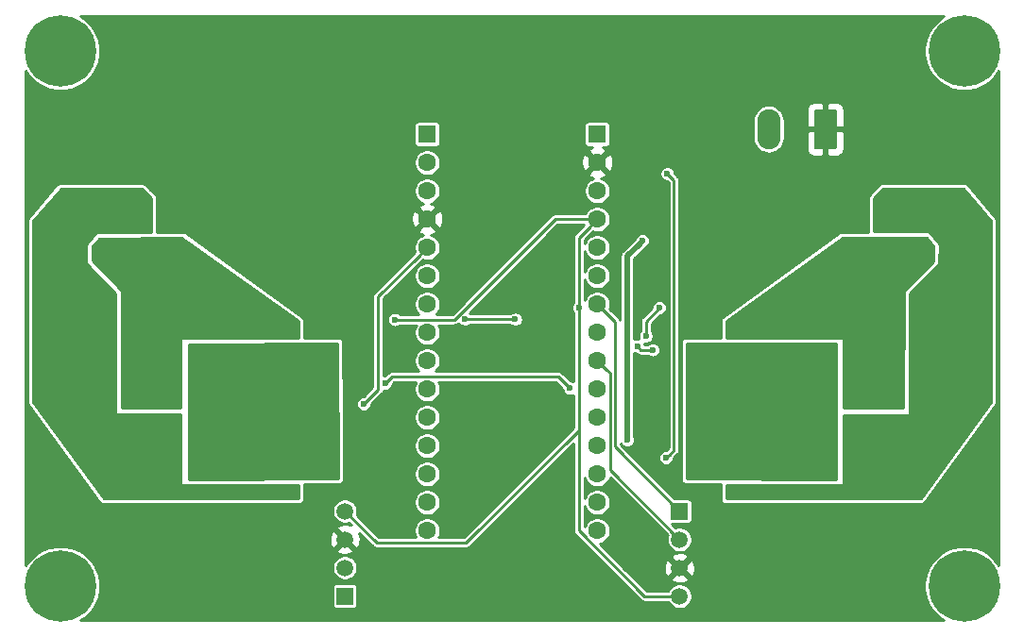
<source format=gbr>
G04 #@! TF.GenerationSoftware,KiCad,Pcbnew,(5.1.4)-1*
G04 #@! TF.CreationDate,2020-03-06T17:00:34+01:00*
G04 #@! TF.ProjectId,asserv_dc,61737365-7276-45f6-9463-2e6b69636164,rev?*
G04 #@! TF.SameCoordinates,Original*
G04 #@! TF.FileFunction,Copper,L2,Bot*
G04 #@! TF.FilePolarity,Positive*
%FSLAX46Y46*%
G04 Gerber Fmt 4.6, Leading zero omitted, Abs format (unit mm)*
G04 Created by KiCad (PCBNEW (5.1.4)-1) date 2020-03-06 17:00:34*
%MOMM*%
%LPD*%
G04 APERTURE LIST*
%ADD10O,3.600000X1.800000*%
%ADD11C,0.100000*%
%ADD12C,1.800000*%
%ADD13C,1.508000*%
%ADD14R,1.508000X1.508000*%
%ADD15C,6.400000*%
%ADD16O,2.080000X3.600000*%
%ADD17C,2.080000*%
%ADD18C,1.600000*%
%ADD19R,1.600000X1.600000*%
%ADD20C,0.600000*%
%ADD21C,0.250000*%
%ADD22C,0.500000*%
%ADD23C,0.254000*%
G04 APERTURE END LIST*
D10*
X58500000Y-71775000D03*
D11*
G36*
X60074504Y-67376204D02*
G01*
X60098773Y-67379804D01*
X60122571Y-67385765D01*
X60145671Y-67394030D01*
X60167849Y-67404520D01*
X60188893Y-67417133D01*
X60208598Y-67431747D01*
X60226777Y-67448223D01*
X60243253Y-67466402D01*
X60257867Y-67486107D01*
X60270480Y-67507151D01*
X60280970Y-67529329D01*
X60289235Y-67552429D01*
X60295196Y-67576227D01*
X60298796Y-67600496D01*
X60300000Y-67625000D01*
X60300000Y-68925000D01*
X60298796Y-68949504D01*
X60295196Y-68973773D01*
X60289235Y-68997571D01*
X60280970Y-69020671D01*
X60270480Y-69042849D01*
X60257867Y-69063893D01*
X60243253Y-69083598D01*
X60226777Y-69101777D01*
X60208598Y-69118253D01*
X60188893Y-69132867D01*
X60167849Y-69145480D01*
X60145671Y-69155970D01*
X60122571Y-69164235D01*
X60098773Y-69170196D01*
X60074504Y-69173796D01*
X60050000Y-69175000D01*
X56950000Y-69175000D01*
X56925496Y-69173796D01*
X56901227Y-69170196D01*
X56877429Y-69164235D01*
X56854329Y-69155970D01*
X56832151Y-69145480D01*
X56811107Y-69132867D01*
X56791402Y-69118253D01*
X56773223Y-69101777D01*
X56756747Y-69083598D01*
X56742133Y-69063893D01*
X56729520Y-69042849D01*
X56719030Y-69020671D01*
X56710765Y-68997571D01*
X56704804Y-68973773D01*
X56701204Y-68949504D01*
X56700000Y-68925000D01*
X56700000Y-67625000D01*
X56701204Y-67600496D01*
X56704804Y-67576227D01*
X56710765Y-67552429D01*
X56719030Y-67529329D01*
X56729520Y-67507151D01*
X56742133Y-67486107D01*
X56756747Y-67466402D01*
X56773223Y-67448223D01*
X56791402Y-67431747D01*
X56811107Y-67417133D01*
X56832151Y-67404520D01*
X56854329Y-67394030D01*
X56877429Y-67385765D01*
X56901227Y-67379804D01*
X56925496Y-67376204D01*
X56950000Y-67375000D01*
X60050000Y-67375000D01*
X60074504Y-67376204D01*
X60074504Y-67376204D01*
G37*
D12*
X58500000Y-68275000D03*
D10*
X129500000Y-68300000D03*
D11*
G36*
X131074504Y-70901204D02*
G01*
X131098773Y-70904804D01*
X131122571Y-70910765D01*
X131145671Y-70919030D01*
X131167849Y-70929520D01*
X131188893Y-70942133D01*
X131208598Y-70956747D01*
X131226777Y-70973223D01*
X131243253Y-70991402D01*
X131257867Y-71011107D01*
X131270480Y-71032151D01*
X131280970Y-71054329D01*
X131289235Y-71077429D01*
X131295196Y-71101227D01*
X131298796Y-71125496D01*
X131300000Y-71150000D01*
X131300000Y-72450000D01*
X131298796Y-72474504D01*
X131295196Y-72498773D01*
X131289235Y-72522571D01*
X131280970Y-72545671D01*
X131270480Y-72567849D01*
X131257867Y-72588893D01*
X131243253Y-72608598D01*
X131226777Y-72626777D01*
X131208598Y-72643253D01*
X131188893Y-72657867D01*
X131167849Y-72670480D01*
X131145671Y-72680970D01*
X131122571Y-72689235D01*
X131098773Y-72695196D01*
X131074504Y-72698796D01*
X131050000Y-72700000D01*
X127950000Y-72700000D01*
X127925496Y-72698796D01*
X127901227Y-72695196D01*
X127877429Y-72689235D01*
X127854329Y-72680970D01*
X127832151Y-72670480D01*
X127811107Y-72657867D01*
X127791402Y-72643253D01*
X127773223Y-72626777D01*
X127756747Y-72608598D01*
X127742133Y-72588893D01*
X127729520Y-72567849D01*
X127719030Y-72545671D01*
X127710765Y-72522571D01*
X127704804Y-72498773D01*
X127701204Y-72474504D01*
X127700000Y-72450000D01*
X127700000Y-71150000D01*
X127701204Y-71125496D01*
X127704804Y-71101227D01*
X127710765Y-71077429D01*
X127719030Y-71054329D01*
X127729520Y-71032151D01*
X127742133Y-71011107D01*
X127756747Y-70991402D01*
X127773223Y-70973223D01*
X127791402Y-70956747D01*
X127811107Y-70942133D01*
X127832151Y-70929520D01*
X127854329Y-70919030D01*
X127877429Y-70910765D01*
X127901227Y-70904804D01*
X127925496Y-70901204D01*
X127950000Y-70900000D01*
X131050000Y-70900000D01*
X131074504Y-70901204D01*
X131074504Y-70901204D01*
G37*
D12*
X129500000Y-71800000D03*
D13*
X109000000Y-102420000D03*
X109000000Y-99880000D03*
X109000000Y-97340000D03*
D14*
X109000000Y-94800000D03*
D13*
X79000000Y-94780000D03*
X79000000Y-97320000D03*
X79000000Y-99860000D03*
D14*
X79000000Y-102400000D03*
D15*
X53500000Y-53500000D03*
X134500000Y-53500000D03*
X134500000Y-101500000D03*
X53500000Y-101500000D03*
D16*
X116995000Y-60525000D03*
D11*
G36*
X122889505Y-58726204D02*
G01*
X122913773Y-58729804D01*
X122937572Y-58735765D01*
X122960671Y-58744030D01*
X122982850Y-58754520D01*
X123003893Y-58767132D01*
X123023599Y-58781747D01*
X123041777Y-58798223D01*
X123058253Y-58816401D01*
X123072868Y-58836107D01*
X123085480Y-58857150D01*
X123095970Y-58879329D01*
X123104235Y-58902428D01*
X123110196Y-58926227D01*
X123113796Y-58950495D01*
X123115000Y-58974999D01*
X123115000Y-62075001D01*
X123113796Y-62099505D01*
X123110196Y-62123773D01*
X123104235Y-62147572D01*
X123095970Y-62170671D01*
X123085480Y-62192850D01*
X123072868Y-62213893D01*
X123058253Y-62233599D01*
X123041777Y-62251777D01*
X123023599Y-62268253D01*
X123003893Y-62282868D01*
X122982850Y-62295480D01*
X122960671Y-62305970D01*
X122937572Y-62314235D01*
X122913773Y-62320196D01*
X122889505Y-62323796D01*
X122865001Y-62325000D01*
X121284999Y-62325000D01*
X121260495Y-62323796D01*
X121236227Y-62320196D01*
X121212428Y-62314235D01*
X121189329Y-62305970D01*
X121167150Y-62295480D01*
X121146107Y-62282868D01*
X121126401Y-62268253D01*
X121108223Y-62251777D01*
X121091747Y-62233599D01*
X121077132Y-62213893D01*
X121064520Y-62192850D01*
X121054030Y-62170671D01*
X121045765Y-62147572D01*
X121039804Y-62123773D01*
X121036204Y-62099505D01*
X121035000Y-62075001D01*
X121035000Y-58974999D01*
X121036204Y-58950495D01*
X121039804Y-58926227D01*
X121045765Y-58902428D01*
X121054030Y-58879329D01*
X121064520Y-58857150D01*
X121077132Y-58836107D01*
X121091747Y-58816401D01*
X121108223Y-58798223D01*
X121126401Y-58781747D01*
X121146107Y-58767132D01*
X121167150Y-58754520D01*
X121189329Y-58744030D01*
X121212428Y-58735765D01*
X121236227Y-58729804D01*
X121260495Y-58726204D01*
X121284999Y-58725000D01*
X122865001Y-58725000D01*
X122889505Y-58726204D01*
X122889505Y-58726204D01*
G37*
D17*
X122075000Y-60525000D03*
D18*
X101620000Y-96530000D03*
X86380000Y-96530000D03*
X101620000Y-93990000D03*
X86380000Y-93990000D03*
X101620000Y-91450000D03*
X86380000Y-91450000D03*
X101620000Y-88910000D03*
X86380000Y-88910000D03*
X101620000Y-86370000D03*
X86380000Y-86370000D03*
X101620000Y-83830000D03*
X86380000Y-83830000D03*
X101620000Y-81290000D03*
X86380000Y-81290000D03*
X101620000Y-78750000D03*
X86380000Y-78750000D03*
X101620000Y-76210000D03*
X86380000Y-76210000D03*
X101620000Y-73670000D03*
X86380000Y-73670000D03*
X101620000Y-71130000D03*
X86380000Y-71130000D03*
X101620000Y-68590000D03*
X86380000Y-68590000D03*
X101620000Y-66050000D03*
X86380000Y-66050000D03*
X101620000Y-63510000D03*
X86380000Y-63510000D03*
D19*
X101620000Y-60970000D03*
X86380000Y-60970000D03*
D20*
X107200000Y-76550000D03*
X99975000Y-76525000D03*
X83475000Y-77600000D03*
X105968800Y-79095600D03*
X104300000Y-88418626D03*
X105675000Y-70525000D03*
X97275000Y-81000000D03*
X97275000Y-82000000D03*
X98275000Y-82000000D03*
X98275000Y-81000000D03*
X112125000Y-95350000D03*
X113125000Y-95350000D03*
X111125000Y-95350000D03*
X111125000Y-97350000D03*
X113125000Y-97350000D03*
X113125000Y-96350000D03*
X112125000Y-96350000D03*
X111125000Y-96350000D03*
X112125000Y-97350000D03*
X76875000Y-97350000D03*
X74875000Y-97350000D03*
X76875000Y-96350000D03*
X75875000Y-96350000D03*
X76875000Y-95350000D03*
X74875000Y-95350000D03*
X75875000Y-95350000D03*
X74875000Y-96350000D03*
X75875000Y-97350000D03*
X67000000Y-67425000D03*
X66000000Y-68425000D03*
X67000000Y-69425000D03*
X66000000Y-69425000D03*
X67000000Y-68425000D03*
X66000000Y-67425000D03*
X63000000Y-68425000D03*
X64000000Y-69425000D03*
X65000000Y-68425000D03*
X63000000Y-67425000D03*
X63000000Y-69425000D03*
X65000000Y-67425000D03*
X64000000Y-68425000D03*
X64000000Y-67425000D03*
X65000000Y-69425000D03*
X80725000Y-79425000D03*
X81475000Y-86125000D03*
X106850000Y-83250000D03*
X107375000Y-78350000D03*
X106800000Y-90150000D03*
X128400000Y-90500000D03*
X124400000Y-90500000D03*
X127400000Y-90500000D03*
X128400000Y-87500000D03*
X124400000Y-89500000D03*
X128400000Y-91500000D03*
X127400000Y-89500000D03*
X126400000Y-90500000D03*
X124400000Y-88500000D03*
X125400000Y-92500000D03*
X127400000Y-88500000D03*
X124400000Y-91500000D03*
X128400000Y-92500000D03*
X127400000Y-92500000D03*
X124400000Y-87500000D03*
X128400000Y-89500000D03*
X125400000Y-91500000D03*
X126400000Y-89500000D03*
X131200000Y-87800000D03*
X125400000Y-89500000D03*
X128400000Y-88500000D03*
X125400000Y-88500000D03*
X126400000Y-92500000D03*
X126400000Y-91500000D03*
X130900000Y-92800000D03*
X127400000Y-87500000D03*
X125400000Y-87500000D03*
X127400000Y-91500000D03*
X124400000Y-92500000D03*
X125400000Y-90500000D03*
X126400000Y-87500000D03*
X126400000Y-88500000D03*
X115325000Y-92725000D03*
X115325000Y-93400000D03*
X106603800Y-80314800D03*
X105206800Y-79984600D03*
X118300000Y-85300000D03*
X118300000Y-90300000D03*
X120300000Y-87300000D03*
X120300000Y-83300000D03*
X121300000Y-81300000D03*
X118300000Y-86300000D03*
X121300000Y-89300000D03*
X119300000Y-88300000D03*
X122300000Y-88300000D03*
X120300000Y-86300000D03*
X120300000Y-88300000D03*
X120300000Y-90300000D03*
X122300000Y-89300000D03*
X119300000Y-89300000D03*
X119300000Y-86300000D03*
X118300000Y-87300000D03*
X122300000Y-90300000D03*
X122300000Y-87300000D03*
X121300000Y-88300000D03*
X121300000Y-87300000D03*
X122300000Y-86300000D03*
X118300000Y-89300000D03*
X119300000Y-90300000D03*
X121300000Y-86300000D03*
X121300000Y-90300000D03*
X120300000Y-89300000D03*
X119300000Y-87300000D03*
X118300000Y-88300000D03*
X122300000Y-82300000D03*
X121300000Y-84300000D03*
X118300000Y-81300000D03*
X121300000Y-83300000D03*
X119300000Y-85300000D03*
X118300000Y-84300000D03*
X120300000Y-82300000D03*
X119300000Y-81300000D03*
X119300000Y-83300000D03*
X121300000Y-85300000D03*
X119300000Y-82300000D03*
X120300000Y-84300000D03*
X120300000Y-85300000D03*
X122300000Y-85300000D03*
X119300000Y-84300000D03*
X122300000Y-81300000D03*
X122300000Y-83300000D03*
X118300000Y-83300000D03*
X118300000Y-82300000D03*
X122300000Y-84300000D03*
X121300000Y-82300000D03*
X120300000Y-81300000D03*
X128400000Y-84200000D03*
X125400000Y-82200000D03*
X126400000Y-82200000D03*
X124400000Y-80200000D03*
X125400000Y-83200000D03*
X126400000Y-80200000D03*
X127400000Y-84200000D03*
X126400000Y-84200000D03*
X124400000Y-79200000D03*
X128400000Y-83200000D03*
X127400000Y-80200000D03*
X127400000Y-83200000D03*
X125400000Y-80200000D03*
X126400000Y-79200000D03*
X124400000Y-81200000D03*
X128400000Y-80200000D03*
X126400000Y-83200000D03*
X125400000Y-81200000D03*
X125400000Y-79200000D03*
X128400000Y-81200000D03*
X128400000Y-79200000D03*
X127400000Y-82200000D03*
X126400000Y-81200000D03*
X127400000Y-81200000D03*
X125400000Y-84200000D03*
X124400000Y-83200000D03*
X127400000Y-79200000D03*
X124400000Y-84200000D03*
X124400000Y-82200000D03*
X128400000Y-82200000D03*
X115300000Y-78300000D03*
X115300000Y-78975000D03*
X89775000Y-77575000D03*
X94274994Y-77575000D03*
X107900000Y-64500000D03*
X107800010Y-90000010D03*
X82616200Y-83312000D03*
X99187000Y-83769200D03*
X67700000Y-87300000D03*
X66700000Y-87300000D03*
X67700000Y-88300000D03*
X67700000Y-89300000D03*
X68700000Y-87300000D03*
X68700000Y-90300000D03*
X68700000Y-89300000D03*
X65700000Y-89300000D03*
X65700000Y-87300000D03*
X66700000Y-88300000D03*
X69700000Y-88300000D03*
X69700000Y-89300000D03*
X65700000Y-90300000D03*
X69700000Y-90300000D03*
X65700000Y-88300000D03*
X66700000Y-90300000D03*
X69700000Y-87300000D03*
X66700000Y-89300000D03*
X67700000Y-90300000D03*
X68700000Y-88300000D03*
X67700000Y-81300000D03*
X66700000Y-81300000D03*
X67700000Y-82300000D03*
X67700000Y-83300000D03*
X68700000Y-81300000D03*
X68700000Y-84300000D03*
X68700000Y-83300000D03*
X65700000Y-83300000D03*
X65700000Y-81300000D03*
X66700000Y-82300000D03*
X69700000Y-82300000D03*
X69700000Y-83300000D03*
X65700000Y-84300000D03*
X69700000Y-84300000D03*
X65700000Y-82300000D03*
X66700000Y-84300000D03*
X69700000Y-81300000D03*
X65700000Y-85300000D03*
X66700000Y-83300000D03*
X66700000Y-85300000D03*
X67700000Y-84300000D03*
X68700000Y-82300000D03*
X67700000Y-85300000D03*
X68700000Y-85300000D03*
X68700000Y-86300000D03*
X69700000Y-85300000D03*
X67700000Y-86300000D03*
X65700000Y-86300000D03*
X69700000Y-86300000D03*
X66700000Y-86300000D03*
X59600000Y-92500000D03*
X60600000Y-92500000D03*
X61600000Y-92500000D03*
X62600000Y-92500000D03*
X63600000Y-92500000D03*
X63600000Y-91500000D03*
X62600000Y-91500000D03*
X61600000Y-91500000D03*
X60600000Y-91500000D03*
X59600000Y-91500000D03*
X59600000Y-90500000D03*
X60600000Y-90500000D03*
X61600000Y-90500000D03*
X62600000Y-90500000D03*
X63600000Y-90500000D03*
X63600000Y-89500000D03*
X62600000Y-89500000D03*
X61600000Y-89500000D03*
X60600000Y-89500000D03*
X59600000Y-89500000D03*
X63600000Y-88500000D03*
X62600000Y-88500000D03*
X61600000Y-88500000D03*
X60600000Y-88500000D03*
X59600000Y-88500000D03*
X63600000Y-87500000D03*
X62600000Y-87500000D03*
X61600000Y-87500000D03*
X60600000Y-87500000D03*
X59600000Y-87500000D03*
X72725000Y-92700000D03*
X72725000Y-93350000D03*
X57100000Y-92800000D03*
X56800000Y-87800000D03*
X72700000Y-79000000D03*
X72700000Y-78350000D03*
X61600000Y-79200000D03*
X60600000Y-79200000D03*
X61600000Y-80200000D03*
X61600000Y-81200000D03*
X62600000Y-79200000D03*
X62600000Y-82200000D03*
X62600000Y-81200000D03*
X59600000Y-81200000D03*
X59600000Y-79200000D03*
X60600000Y-80200000D03*
X63600000Y-80200000D03*
X63600000Y-81200000D03*
X59600000Y-82200000D03*
X63600000Y-82200000D03*
X59600000Y-80200000D03*
X60600000Y-82200000D03*
X63600000Y-79200000D03*
X59600000Y-83200000D03*
X60600000Y-81200000D03*
X60600000Y-83200000D03*
X61600000Y-82200000D03*
X62600000Y-80200000D03*
X61600000Y-83200000D03*
X62600000Y-83200000D03*
X62600000Y-84200000D03*
X63600000Y-83200000D03*
X61600000Y-84200000D03*
X59600000Y-84200000D03*
X63600000Y-84200000D03*
X60600000Y-84200000D03*
X80700000Y-85175000D03*
D21*
X101980000Y-68950000D02*
X101620000Y-68590000D01*
X100820001Y-69389999D02*
X101620000Y-68590000D01*
X99975000Y-70235000D02*
X100820001Y-69389999D01*
X109000000Y-102420000D02*
X105844998Y-102420000D01*
X105844998Y-102420000D02*
X99975000Y-96550002D01*
X89844999Y-97655001D02*
X99975000Y-87525000D01*
X81875001Y-97655001D02*
X89844999Y-97655001D01*
X79000000Y-94780000D02*
X81875001Y-97655001D01*
X99975000Y-96550002D02*
X99975000Y-87525000D01*
X99975000Y-87525000D02*
X99975000Y-76525000D01*
X99975000Y-76525000D02*
X99975000Y-70235000D01*
X100488630Y-68590000D02*
X101620000Y-68590000D01*
X97834998Y-68590000D02*
X100488630Y-68590000D01*
X83475000Y-77600000D02*
X88824998Y-77600000D01*
X88824998Y-77600000D02*
X97834998Y-68590000D01*
X107200000Y-76550000D02*
X105968800Y-77781200D01*
X105968800Y-77781200D02*
X105968800Y-78671336D01*
X105968800Y-78671336D02*
X105968800Y-79095600D01*
D22*
X104300000Y-74300000D02*
X104300000Y-74300000D01*
X104300000Y-88418626D02*
X104300000Y-74300000D01*
X104300000Y-71900000D02*
X105375001Y-70824999D01*
X105375001Y-70824999D02*
X105675000Y-70525000D01*
X104300000Y-74300000D02*
X104300000Y-71900000D01*
D21*
X102419999Y-82089999D02*
X101620000Y-81290000D01*
X102745001Y-82415001D02*
X102419999Y-82089999D01*
X102745001Y-91085001D02*
X102745001Y-82415001D01*
X109000000Y-97340000D02*
X102745001Y-91085001D01*
X102419999Y-77009999D02*
X101620000Y-76210000D01*
X103195011Y-77785011D02*
X102419999Y-77009999D01*
X109000000Y-94800000D02*
X103195011Y-88995011D01*
X103195011Y-88995011D02*
X103195011Y-77785011D01*
X106603800Y-80314800D02*
X105537000Y-80314800D01*
X105537000Y-80314800D02*
X105206800Y-79984600D01*
X89775000Y-77575000D02*
X90199264Y-77575000D01*
X90199264Y-77575000D02*
X94274994Y-77575000D01*
X108500034Y-65100034D02*
X108500034Y-89299986D01*
X108100009Y-89700011D02*
X107800010Y-90000010D01*
X107900000Y-64500000D02*
X108500034Y-65100034D01*
X108500034Y-89299986D02*
X108100009Y-89700011D01*
X98122799Y-82704999D02*
X99187000Y-83769200D01*
X82616200Y-83312000D02*
X83223201Y-82704999D01*
X83223201Y-82704999D02*
X98122799Y-82704999D01*
X85580001Y-71929999D02*
X86380000Y-71130000D01*
X81991200Y-75518800D02*
X85580001Y-71929999D01*
X80700000Y-85175000D02*
X81991200Y-83883800D01*
X81991200Y-83883800D02*
X81991200Y-75518800D01*
D23*
G36*
X131116601Y-70256945D02*
G01*
X131754215Y-70996701D01*
X131741833Y-72416004D01*
X129148311Y-74997085D01*
X129132470Y-75016292D01*
X129120681Y-75038220D01*
X129113397Y-75062027D01*
X129110898Y-75086639D01*
X129072797Y-85523000D01*
X123678166Y-85523000D01*
X123702354Y-79350498D01*
X123700011Y-79325712D01*
X123692877Y-79301859D01*
X123681227Y-79279857D01*
X123665509Y-79260550D01*
X123646326Y-79244681D01*
X123624415Y-79232859D01*
X123600619Y-79225538D01*
X123575355Y-79223000D01*
X113177000Y-79223000D01*
X113177000Y-77740069D01*
X123615796Y-70227163D01*
X131116601Y-70256945D01*
X131116601Y-70256945D01*
G37*
X131116601Y-70256945D02*
X131754215Y-70996701D01*
X131741833Y-72416004D01*
X129148311Y-74997085D01*
X129132470Y-75016292D01*
X129120681Y-75038220D01*
X129113397Y-75062027D01*
X129110898Y-75086639D01*
X129072797Y-85523000D01*
X123678166Y-85523000D01*
X123702354Y-79350498D01*
X123700011Y-79325712D01*
X123692877Y-79301859D01*
X123681227Y-79279857D01*
X123665509Y-79260550D01*
X123646326Y-79244681D01*
X123624415Y-79232859D01*
X123600619Y-79225538D01*
X123575355Y-79223000D01*
X113177000Y-79223000D01*
X113177000Y-77740069D01*
X123615796Y-70227163D01*
X131116601Y-70256945D01*
G36*
X136923000Y-68771579D02*
G01*
X136923000Y-84992520D01*
X130635285Y-93648000D01*
X113177000Y-93648000D01*
X113177000Y-92477000D01*
X123575000Y-92477000D01*
X123599776Y-92474560D01*
X123623601Y-92467333D01*
X123645557Y-92455597D01*
X123664803Y-92439803D01*
X123680597Y-92420557D01*
X123692333Y-92398601D01*
X123699560Y-92374776D01*
X123702000Y-92350000D01*
X123702000Y-86152000D01*
X129500000Y-86152000D01*
X129524776Y-86149560D01*
X129548601Y-86142333D01*
X129570557Y-86130597D01*
X129589803Y-86114803D01*
X129605597Y-86095557D01*
X129617333Y-86073601D01*
X129624560Y-86049776D01*
X129627000Y-86025295D01*
X129651879Y-75302376D01*
X132252725Y-72676878D01*
X132268428Y-72657559D01*
X132280061Y-72635547D01*
X132287175Y-72611689D01*
X132289499Y-72587955D01*
X132295749Y-70844205D01*
X132293398Y-70819420D01*
X132286256Y-70795570D01*
X132274599Y-70773572D01*
X132265383Y-70761342D01*
X131399663Y-69746190D01*
X131381729Y-69728921D01*
X131360771Y-69715483D01*
X131337594Y-69706392D01*
X131303167Y-69701598D01*
X126437190Y-69696337D01*
X126416271Y-66726183D01*
X127230517Y-65846695D01*
X134441182Y-65843249D01*
X136923000Y-68771579D01*
X136923000Y-68771579D01*
G37*
X136923000Y-68771579D02*
X136923000Y-84992520D01*
X130635285Y-93648000D01*
X113177000Y-93648000D01*
X113177000Y-92477000D01*
X123575000Y-92477000D01*
X123599776Y-92474560D01*
X123623601Y-92467333D01*
X123645557Y-92455597D01*
X123664803Y-92439803D01*
X123680597Y-92420557D01*
X123692333Y-92398601D01*
X123699560Y-92374776D01*
X123702000Y-92350000D01*
X123702000Y-86152000D01*
X129500000Y-86152000D01*
X129524776Y-86149560D01*
X129548601Y-86142333D01*
X129570557Y-86130597D01*
X129589803Y-86114803D01*
X129605597Y-86095557D01*
X129617333Y-86073601D01*
X129624560Y-86049776D01*
X129627000Y-86025295D01*
X129651879Y-75302376D01*
X132252725Y-72676878D01*
X132268428Y-72657559D01*
X132280061Y-72635547D01*
X132287175Y-72611689D01*
X132289499Y-72587955D01*
X132295749Y-70844205D01*
X132293398Y-70819420D01*
X132286256Y-70795570D01*
X132274599Y-70773572D01*
X132265383Y-70761342D01*
X131399663Y-69746190D01*
X131381729Y-69728921D01*
X131360771Y-69715483D01*
X131337594Y-69706392D01*
X131303167Y-69701598D01*
X126437190Y-69696337D01*
X126416271Y-66726183D01*
X127230517Y-65846695D01*
X134441182Y-65843249D01*
X136923000Y-68771579D01*
G36*
X122998000Y-79782669D02*
G01*
X122998000Y-91928666D01*
X109627000Y-91867331D01*
X109627000Y-79721334D01*
X122998000Y-79782669D01*
X122998000Y-79782669D01*
G37*
X122998000Y-79782669D02*
X122998000Y-91928666D01*
X109627000Y-91867331D01*
X109627000Y-79721334D01*
X122998000Y-79782669D01*
G36*
X60772172Y-65846697D02*
G01*
X61647777Y-66726991D01*
X61623986Y-69749253D01*
X56748730Y-69798006D01*
X56723979Y-69800694D01*
X56700228Y-69808159D01*
X56678390Y-69820114D01*
X56652856Y-69843195D01*
X55852856Y-70793195D01*
X55838763Y-70813718D01*
X55828945Y-70836597D01*
X55823779Y-70860952D01*
X55823000Y-70875000D01*
X55823000Y-72525000D01*
X55825440Y-72549776D01*
X55832667Y-72573601D01*
X55844403Y-72595557D01*
X55859773Y-72614376D01*
X58448000Y-75227253D01*
X58448000Y-85950000D01*
X58450440Y-85974776D01*
X58457667Y-85998601D01*
X58469403Y-86020557D01*
X58485197Y-86039803D01*
X58504443Y-86055597D01*
X58526399Y-86067333D01*
X58550224Y-86074560D01*
X58575000Y-86077000D01*
X64298000Y-86077000D01*
X64298000Y-92350000D01*
X64300440Y-92374776D01*
X64307667Y-92398601D01*
X64319403Y-92420557D01*
X64335197Y-92439803D01*
X64354443Y-92455597D01*
X64376399Y-92467333D01*
X64400224Y-92474560D01*
X64425000Y-92477000D01*
X74823000Y-92477000D01*
X74823000Y-93648000D01*
X57364715Y-93648000D01*
X51077000Y-84992520D01*
X51077000Y-68771579D01*
X53558818Y-65843249D01*
X60772172Y-65846697D01*
X60772172Y-65846697D01*
G37*
X60772172Y-65846697D02*
X61647777Y-66726991D01*
X61623986Y-69749253D01*
X56748730Y-69798006D01*
X56723979Y-69800694D01*
X56700228Y-69808159D01*
X56678390Y-69820114D01*
X56652856Y-69843195D01*
X55852856Y-70793195D01*
X55838763Y-70813718D01*
X55828945Y-70836597D01*
X55823779Y-70860952D01*
X55823000Y-70875000D01*
X55823000Y-72525000D01*
X55825440Y-72549776D01*
X55832667Y-72573601D01*
X55844403Y-72595557D01*
X55859773Y-72614376D01*
X58448000Y-75227253D01*
X58448000Y-85950000D01*
X58450440Y-85974776D01*
X58457667Y-85998601D01*
X58469403Y-86020557D01*
X58485197Y-86039803D01*
X58504443Y-86055597D01*
X58526399Y-86067333D01*
X58550224Y-86074560D01*
X58575000Y-86077000D01*
X64298000Y-86077000D01*
X64298000Y-92350000D01*
X64300440Y-92374776D01*
X64307667Y-92398601D01*
X64319403Y-92420557D01*
X64335197Y-92439803D01*
X64354443Y-92455597D01*
X64376399Y-92467333D01*
X64400224Y-92474560D01*
X64425000Y-92477000D01*
X74823000Y-92477000D01*
X74823000Y-93648000D01*
X57364715Y-93648000D01*
X51077000Y-84992520D01*
X51077000Y-68771579D01*
X53558818Y-65843249D01*
X60772172Y-65846697D01*
G36*
X74823000Y-77740069D02*
G01*
X74823000Y-79223000D01*
X64424645Y-79223000D01*
X64399869Y-79225440D01*
X64376044Y-79232667D01*
X64354088Y-79244403D01*
X64334842Y-79260197D01*
X64319048Y-79279443D01*
X64307312Y-79301399D01*
X64300085Y-79325224D01*
X64297645Y-79349994D01*
X64297339Y-85548000D01*
X59002000Y-85548000D01*
X59002000Y-75000000D01*
X58999560Y-74975224D01*
X58992333Y-74951399D01*
X58980597Y-74929443D01*
X58965231Y-74910628D01*
X56402000Y-72322751D01*
X56402000Y-71021167D01*
X56963419Y-70351018D01*
X64384925Y-70227682D01*
X74823000Y-77740069D01*
X74823000Y-77740069D01*
G37*
X74823000Y-77740069D02*
X74823000Y-79223000D01*
X64424645Y-79223000D01*
X64399869Y-79225440D01*
X64376044Y-79232667D01*
X64354088Y-79244403D01*
X64334842Y-79260197D01*
X64319048Y-79279443D01*
X64307312Y-79301399D01*
X64300085Y-79325224D01*
X64297645Y-79349994D01*
X64297339Y-85548000D01*
X59002000Y-85548000D01*
X59002000Y-75000000D01*
X58999560Y-74975224D01*
X58992333Y-74951399D01*
X58980597Y-74929443D01*
X58965231Y-74910628D01*
X56402000Y-72322751D01*
X56402000Y-71021167D01*
X56963419Y-70351018D01*
X64384925Y-70227682D01*
X74823000Y-77740069D01*
G36*
X78372872Y-91867331D02*
G01*
X65001871Y-91928666D01*
X64989628Y-79807669D01*
X78360629Y-79746334D01*
X78372872Y-91867331D01*
X78372872Y-91867331D01*
G37*
X78372872Y-91867331D02*
X65001871Y-91928666D01*
X64989628Y-79807669D01*
X78360629Y-79746334D01*
X78372872Y-91867331D01*
G36*
X132217246Y-50718456D02*
G01*
X131718456Y-51217246D01*
X131326559Y-51803760D01*
X131056616Y-52455461D01*
X130919000Y-53147302D01*
X130919000Y-53852698D01*
X131056616Y-54544539D01*
X131326559Y-55196240D01*
X131718456Y-55782754D01*
X132217246Y-56281544D01*
X132803760Y-56673441D01*
X133455461Y-56943384D01*
X134147302Y-57081000D01*
X134852698Y-57081000D01*
X135544539Y-56943384D01*
X136196240Y-56673441D01*
X136782754Y-56281544D01*
X137281544Y-55782754D01*
X137594000Y-55315132D01*
X137594001Y-99684870D01*
X137281544Y-99217246D01*
X136782754Y-98718456D01*
X136196240Y-98326559D01*
X135544539Y-98056616D01*
X134852698Y-97919000D01*
X134147302Y-97919000D01*
X133455461Y-98056616D01*
X132803760Y-98326559D01*
X132217246Y-98718456D01*
X131718456Y-99217246D01*
X131326559Y-99803760D01*
X131056616Y-100455461D01*
X130919000Y-101147302D01*
X130919000Y-101852698D01*
X131056616Y-102544539D01*
X131326559Y-103196240D01*
X131718456Y-103782754D01*
X132217246Y-104281544D01*
X132684868Y-104594000D01*
X55315132Y-104594000D01*
X55782754Y-104281544D01*
X56281544Y-103782754D01*
X56673441Y-103196240D01*
X56943384Y-102544539D01*
X57081000Y-101852698D01*
X57081000Y-101646000D01*
X77863157Y-101646000D01*
X77863157Y-103154000D01*
X77870513Y-103228689D01*
X77892299Y-103300508D01*
X77927678Y-103366696D01*
X77975289Y-103424711D01*
X78033304Y-103472322D01*
X78099492Y-103507701D01*
X78171311Y-103529487D01*
X78246000Y-103536843D01*
X79754000Y-103536843D01*
X79828689Y-103529487D01*
X79900508Y-103507701D01*
X79966696Y-103472322D01*
X80024711Y-103424711D01*
X80072322Y-103366696D01*
X80107701Y-103300508D01*
X80129487Y-103228689D01*
X80136843Y-103154000D01*
X80136843Y-101646000D01*
X80129487Y-101571311D01*
X80107701Y-101499492D01*
X80072322Y-101433304D01*
X80024711Y-101375289D01*
X79966696Y-101327678D01*
X79900508Y-101292299D01*
X79828689Y-101270513D01*
X79754000Y-101263157D01*
X78246000Y-101263157D01*
X78171311Y-101270513D01*
X78099492Y-101292299D01*
X78033304Y-101327678D01*
X77975289Y-101375289D01*
X77927678Y-101433304D01*
X77892299Y-101499492D01*
X77870513Y-101571311D01*
X77863157Y-101646000D01*
X57081000Y-101646000D01*
X57081000Y-101147302D01*
X56943384Y-100455461D01*
X56673441Y-99803760D01*
X56636325Y-99748212D01*
X77865000Y-99748212D01*
X77865000Y-99971788D01*
X77908617Y-100191067D01*
X77994176Y-100397624D01*
X78118388Y-100583520D01*
X78276480Y-100741612D01*
X78462376Y-100865824D01*
X78668933Y-100951383D01*
X78888212Y-100995000D01*
X79111788Y-100995000D01*
X79331067Y-100951383D01*
X79537624Y-100865824D01*
X79723520Y-100741612D01*
X79881612Y-100583520D01*
X80005824Y-100397624D01*
X80091383Y-100191067D01*
X80135000Y-99971788D01*
X80135000Y-99748212D01*
X80091383Y-99528933D01*
X80005824Y-99322376D01*
X79881612Y-99136480D01*
X79723520Y-98978388D01*
X79537624Y-98854176D01*
X79331067Y-98768617D01*
X79111788Y-98725000D01*
X78888212Y-98725000D01*
X78668933Y-98768617D01*
X78462376Y-98854176D01*
X78276480Y-98978388D01*
X78118388Y-99136480D01*
X77994176Y-99322376D01*
X77908617Y-99528933D01*
X77865000Y-99748212D01*
X56636325Y-99748212D01*
X56281544Y-99217246D01*
X55782754Y-98718456D01*
X55196240Y-98326559D01*
X55083477Y-98279851D01*
X78219754Y-98279851D01*
X78285765Y-98519127D01*
X78533426Y-98635426D01*
X78799018Y-98701174D01*
X79072334Y-98713845D01*
X79342870Y-98672951D01*
X79600229Y-98580063D01*
X79714235Y-98519127D01*
X79780246Y-98279851D01*
X79000000Y-97499605D01*
X78219754Y-98279851D01*
X55083477Y-98279851D01*
X54544539Y-98056616D01*
X53852698Y-97919000D01*
X53147302Y-97919000D01*
X52455461Y-98056616D01*
X51803760Y-98326559D01*
X51217246Y-98718456D01*
X50718456Y-99217246D01*
X50406000Y-99684868D01*
X50406000Y-97392334D01*
X77606155Y-97392334D01*
X77647049Y-97662870D01*
X77739937Y-97920229D01*
X77800873Y-98034235D01*
X78040149Y-98100246D01*
X78820395Y-97320000D01*
X78040149Y-96539754D01*
X77800873Y-96605765D01*
X77684574Y-96853426D01*
X77618826Y-97119018D01*
X77606155Y-97392334D01*
X50406000Y-97392334D01*
X50406000Y-94668212D01*
X77865000Y-94668212D01*
X77865000Y-94891788D01*
X77908617Y-95111067D01*
X77994176Y-95317624D01*
X78118388Y-95503520D01*
X78276480Y-95661612D01*
X78462376Y-95785824D01*
X78668933Y-95871383D01*
X78888212Y-95915000D01*
X79111788Y-95915000D01*
X79331067Y-95871383D01*
X79362692Y-95858283D01*
X79546528Y-96042120D01*
X79466574Y-96004574D01*
X79200982Y-95938826D01*
X78927666Y-95926155D01*
X78657130Y-95967049D01*
X78399771Y-96059937D01*
X78285765Y-96120873D01*
X78219754Y-96360149D01*
X79000000Y-97140395D01*
X79014143Y-97126253D01*
X79193748Y-97305858D01*
X79179605Y-97320000D01*
X79959851Y-98100246D01*
X80199127Y-98034235D01*
X80315426Y-97786574D01*
X80381174Y-97520982D01*
X80393845Y-97247666D01*
X80352951Y-96977130D01*
X80280329Y-96775920D01*
X81499629Y-97995221D01*
X81515474Y-98014528D01*
X81592522Y-98077760D01*
X81680426Y-98124746D01*
X81753608Y-98146945D01*
X81775807Y-98153679D01*
X81785695Y-98154653D01*
X81850147Y-98161001D01*
X81850154Y-98161001D01*
X81875000Y-98163448D01*
X81899846Y-98161001D01*
X89820153Y-98161001D01*
X89844999Y-98163448D01*
X89869845Y-98161001D01*
X89869853Y-98161001D01*
X89944192Y-98153679D01*
X90039574Y-98124746D01*
X90127478Y-98077760D01*
X90204526Y-98014528D01*
X90220375Y-97995216D01*
X99469001Y-88746591D01*
X99469000Y-96525156D01*
X99466553Y-96550002D01*
X99469000Y-96574848D01*
X99469000Y-96574855D01*
X99476322Y-96649194D01*
X99505255Y-96744576D01*
X99552241Y-96832481D01*
X99615473Y-96909529D01*
X99634785Y-96925378D01*
X105469626Y-102760220D01*
X105485471Y-102779527D01*
X105562519Y-102842759D01*
X105650423Y-102889745D01*
X105745805Y-102918678D01*
X105844998Y-102928448D01*
X105869852Y-102926000D01*
X107981077Y-102926000D01*
X107994176Y-102957624D01*
X108118388Y-103143520D01*
X108276480Y-103301612D01*
X108462376Y-103425824D01*
X108668933Y-103511383D01*
X108888212Y-103555000D01*
X109111788Y-103555000D01*
X109331067Y-103511383D01*
X109537624Y-103425824D01*
X109723520Y-103301612D01*
X109881612Y-103143520D01*
X110005824Y-102957624D01*
X110091383Y-102751067D01*
X110135000Y-102531788D01*
X110135000Y-102308212D01*
X110091383Y-102088933D01*
X110005824Y-101882376D01*
X109881612Y-101696480D01*
X109723520Y-101538388D01*
X109537624Y-101414176D01*
X109331067Y-101328617D01*
X109111788Y-101285000D01*
X108888212Y-101285000D01*
X108668933Y-101328617D01*
X108462376Y-101414176D01*
X108276480Y-101538388D01*
X108118388Y-101696480D01*
X107994176Y-101882376D01*
X107981077Y-101914000D01*
X106054590Y-101914000D01*
X104980441Y-100839851D01*
X108219754Y-100839851D01*
X108285765Y-101079127D01*
X108533426Y-101195426D01*
X108799018Y-101261174D01*
X109072334Y-101273845D01*
X109342870Y-101232951D01*
X109600229Y-101140063D01*
X109714235Y-101079127D01*
X109780246Y-100839851D01*
X109000000Y-100059605D01*
X108219754Y-100839851D01*
X104980441Y-100839851D01*
X104092924Y-99952334D01*
X107606155Y-99952334D01*
X107647049Y-100222870D01*
X107739937Y-100480229D01*
X107800873Y-100594235D01*
X108040149Y-100660246D01*
X108820395Y-99880000D01*
X109179605Y-99880000D01*
X109959851Y-100660246D01*
X110199127Y-100594235D01*
X110315426Y-100346574D01*
X110381174Y-100080982D01*
X110393845Y-99807666D01*
X110352951Y-99537130D01*
X110260063Y-99279771D01*
X110199127Y-99165765D01*
X109959851Y-99099754D01*
X109179605Y-99880000D01*
X108820395Y-99880000D01*
X108040149Y-99099754D01*
X107800873Y-99165765D01*
X107684574Y-99413426D01*
X107618826Y-99679018D01*
X107606155Y-99952334D01*
X104092924Y-99952334D01*
X103060739Y-98920149D01*
X108219754Y-98920149D01*
X109000000Y-99700395D01*
X109780246Y-98920149D01*
X109714235Y-98680873D01*
X109466574Y-98564574D01*
X109200982Y-98498826D01*
X108927666Y-98486155D01*
X108657130Y-98527049D01*
X108399771Y-98619937D01*
X108285765Y-98680873D01*
X108219754Y-98920149D01*
X103060739Y-98920149D01*
X101832464Y-97691875D01*
X101964485Y-97665614D01*
X102179413Y-97576588D01*
X102372843Y-97447342D01*
X102537342Y-97282843D01*
X102666588Y-97089413D01*
X102755614Y-96874485D01*
X102801000Y-96646318D01*
X102801000Y-96413682D01*
X102755614Y-96185515D01*
X102666588Y-95970587D01*
X102537342Y-95777157D01*
X102372843Y-95612658D01*
X102179413Y-95483412D01*
X101964485Y-95394386D01*
X101736318Y-95349000D01*
X101503682Y-95349000D01*
X101275515Y-95394386D01*
X101060587Y-95483412D01*
X100867157Y-95612658D01*
X100702658Y-95777157D01*
X100573412Y-95970587D01*
X100484386Y-96185515D01*
X100481000Y-96202537D01*
X100481000Y-94317463D01*
X100484386Y-94334485D01*
X100573412Y-94549413D01*
X100702658Y-94742843D01*
X100867157Y-94907342D01*
X101060587Y-95036588D01*
X101275515Y-95125614D01*
X101503682Y-95171000D01*
X101736318Y-95171000D01*
X101964485Y-95125614D01*
X102179413Y-95036588D01*
X102372843Y-94907342D01*
X102537342Y-94742843D01*
X102666588Y-94549413D01*
X102755614Y-94334485D01*
X102801000Y-94106318D01*
X102801000Y-93873682D01*
X102755614Y-93645515D01*
X102666588Y-93430587D01*
X102537342Y-93237157D01*
X102372843Y-93072658D01*
X102179413Y-92943412D01*
X101964485Y-92854386D01*
X101736318Y-92809000D01*
X101503682Y-92809000D01*
X101275515Y-92854386D01*
X101060587Y-92943412D01*
X100867157Y-93072658D01*
X100702658Y-93237157D01*
X100573412Y-93430587D01*
X100484386Y-93645515D01*
X100481000Y-93662537D01*
X100481000Y-91777463D01*
X100484386Y-91794485D01*
X100573412Y-92009413D01*
X100702658Y-92202843D01*
X100867157Y-92367342D01*
X101060587Y-92496588D01*
X101275515Y-92585614D01*
X101503682Y-92631000D01*
X101736318Y-92631000D01*
X101964485Y-92585614D01*
X102179413Y-92496588D01*
X102372843Y-92367342D01*
X102537342Y-92202843D01*
X102666588Y-92009413D01*
X102750717Y-91806308D01*
X107921716Y-96977308D01*
X107908617Y-97008933D01*
X107865000Y-97228212D01*
X107865000Y-97451788D01*
X107908617Y-97671067D01*
X107994176Y-97877624D01*
X108118388Y-98063520D01*
X108276480Y-98221612D01*
X108462376Y-98345824D01*
X108668933Y-98431383D01*
X108888212Y-98475000D01*
X109111788Y-98475000D01*
X109331067Y-98431383D01*
X109537624Y-98345824D01*
X109723520Y-98221612D01*
X109881612Y-98063520D01*
X110005824Y-97877624D01*
X110091383Y-97671067D01*
X110135000Y-97451788D01*
X110135000Y-97228212D01*
X110091383Y-97008933D01*
X110005824Y-96802376D01*
X109881612Y-96616480D01*
X109723520Y-96458388D01*
X109537624Y-96334176D01*
X109331067Y-96248617D01*
X109111788Y-96205000D01*
X108888212Y-96205000D01*
X108668933Y-96248617D01*
X108637308Y-96261716D01*
X108312435Y-95936843D01*
X109754000Y-95936843D01*
X109828689Y-95929487D01*
X109900508Y-95907701D01*
X109966696Y-95872322D01*
X110024711Y-95824711D01*
X110072322Y-95766696D01*
X110107701Y-95700508D01*
X110129487Y-95628689D01*
X110136843Y-95554000D01*
X110136843Y-94046000D01*
X110129487Y-93971311D01*
X110107701Y-93899492D01*
X110072322Y-93833304D01*
X110024711Y-93775289D01*
X109966696Y-93727678D01*
X109900508Y-93692299D01*
X109828689Y-93670513D01*
X109754000Y-93663157D01*
X108578749Y-93663157D01*
X104848529Y-89932937D01*
X107119010Y-89932937D01*
X107119010Y-90067083D01*
X107145181Y-90198650D01*
X107196516Y-90322584D01*
X107271043Y-90434122D01*
X107365898Y-90528977D01*
X107477436Y-90603504D01*
X107601370Y-90654839D01*
X107732937Y-90681010D01*
X107867083Y-90681010D01*
X107998650Y-90654839D01*
X108122584Y-90603504D01*
X108234122Y-90528977D01*
X108328977Y-90434122D01*
X108403504Y-90322584D01*
X108454839Y-90198650D01*
X108481010Y-90067083D01*
X108481010Y-90034601D01*
X108840254Y-89675358D01*
X108859561Y-89659513D01*
X108922793Y-89582465D01*
X108969779Y-89494561D01*
X108998712Y-89399179D01*
X109006034Y-89324840D01*
X109008482Y-89299986D01*
X109006034Y-89275132D01*
X109006034Y-79593750D01*
X109119000Y-79593750D01*
X109119000Y-91993750D01*
X109125984Y-92066365D01*
X109147337Y-92137936D01*
X109182242Y-92203967D01*
X109229359Y-92261919D01*
X109286877Y-92309566D01*
X109352584Y-92345076D01*
X109423957Y-92367084D01*
X109498252Y-92374746D01*
X112669000Y-92389291D01*
X112669000Y-93775000D01*
X112676321Y-93849329D01*
X112698002Y-93920802D01*
X112733210Y-93986672D01*
X112780592Y-94044408D01*
X112838328Y-94091790D01*
X112904198Y-94126998D01*
X112975671Y-94148679D01*
X113050000Y-94156000D01*
X130700000Y-94156000D01*
X130759626Y-94151305D01*
X130831894Y-94132442D01*
X130899093Y-94099843D01*
X130958641Y-94054760D01*
X131008250Y-93998926D01*
X137358250Y-85257706D01*
X137401998Y-85179582D01*
X137423679Y-85108109D01*
X137431000Y-85033780D01*
X137431000Y-68725000D01*
X137428527Y-68681659D01*
X137412798Y-68608644D01*
X137383127Y-68540102D01*
X137340654Y-68478665D01*
X134790654Y-65469886D01*
X134711521Y-65399330D01*
X134645634Y-65364153D01*
X134574151Y-65342506D01*
X134499818Y-65335221D01*
X127174818Y-65338722D01*
X127086342Y-65349181D01*
X127015757Y-65373597D01*
X126951291Y-65411314D01*
X126895422Y-65460884D01*
X126009342Y-66417961D01*
X125970647Y-66467363D01*
X125935904Y-66533479D01*
X125914727Y-66605103D01*
X125907929Y-66679482D01*
X125929402Y-69728345D01*
X123576585Y-69719003D01*
X123487792Y-69729132D01*
X123417117Y-69753285D01*
X123352511Y-69790763D01*
X112827439Y-77365763D01*
X112780592Y-77405592D01*
X112733210Y-77463328D01*
X112698002Y-77529198D01*
X112676321Y-77600671D01*
X112669000Y-77675000D01*
X112669000Y-79227283D01*
X109501748Y-79212754D01*
X109425671Y-79220071D01*
X109354198Y-79241752D01*
X109288328Y-79276960D01*
X109230592Y-79324342D01*
X109183210Y-79382078D01*
X109148002Y-79447948D01*
X109126321Y-79519421D01*
X109119000Y-79593750D01*
X109006034Y-79593750D01*
X109006034Y-65124879D01*
X109008481Y-65100033D01*
X109006034Y-65075187D01*
X109006034Y-65075180D01*
X108998712Y-65000841D01*
X108969779Y-64905459D01*
X108922793Y-64817555D01*
X108859561Y-64740507D01*
X108840254Y-64724662D01*
X108581000Y-64465408D01*
X108581000Y-64432927D01*
X108554829Y-64301360D01*
X108503494Y-64177426D01*
X108428967Y-64065888D01*
X108334112Y-63971033D01*
X108222574Y-63896506D01*
X108098640Y-63845171D01*
X107967073Y-63819000D01*
X107832927Y-63819000D01*
X107701360Y-63845171D01*
X107577426Y-63896506D01*
X107465888Y-63971033D01*
X107371033Y-64065888D01*
X107296506Y-64177426D01*
X107245171Y-64301360D01*
X107219000Y-64432927D01*
X107219000Y-64567073D01*
X107245171Y-64698640D01*
X107296506Y-64822574D01*
X107371033Y-64934112D01*
X107465888Y-65028967D01*
X107577426Y-65103494D01*
X107701360Y-65154829D01*
X107832927Y-65181000D01*
X107865408Y-65181000D01*
X107994034Y-65309626D01*
X107994035Y-89090393D01*
X107765419Y-89319010D01*
X107732937Y-89319010D01*
X107601370Y-89345181D01*
X107477436Y-89396516D01*
X107365898Y-89471043D01*
X107271043Y-89565898D01*
X107196516Y-89677436D01*
X107145181Y-89801370D01*
X107119010Y-89932937D01*
X104848529Y-89932937D01*
X103701011Y-88785420D01*
X103701011Y-88747942D01*
X103771033Y-88852738D01*
X103865888Y-88947593D01*
X103977426Y-89022120D01*
X104101360Y-89073455D01*
X104232927Y-89099626D01*
X104367073Y-89099626D01*
X104498640Y-89073455D01*
X104622574Y-89022120D01*
X104734112Y-88947593D01*
X104828967Y-88852738D01*
X104903494Y-88741200D01*
X104954829Y-88617266D01*
X104981000Y-88485699D01*
X104981000Y-88351553D01*
X104954829Y-88219986D01*
X104931000Y-88162458D01*
X104931000Y-80607468D01*
X105008160Y-80639429D01*
X105139727Y-80665600D01*
X105170311Y-80665600D01*
X105177473Y-80674327D01*
X105254521Y-80737559D01*
X105342425Y-80784545D01*
X105415607Y-80806744D01*
X105437806Y-80813478D01*
X105447694Y-80814452D01*
X105512146Y-80820800D01*
X105512153Y-80820800D01*
X105536999Y-80823247D01*
X105561845Y-80820800D01*
X106146721Y-80820800D01*
X106169688Y-80843767D01*
X106281226Y-80918294D01*
X106405160Y-80969629D01*
X106536727Y-80995800D01*
X106670873Y-80995800D01*
X106802440Y-80969629D01*
X106926374Y-80918294D01*
X107037912Y-80843767D01*
X107132767Y-80748912D01*
X107207294Y-80637374D01*
X107258629Y-80513440D01*
X107284800Y-80381873D01*
X107284800Y-80247727D01*
X107258629Y-80116160D01*
X107207294Y-79992226D01*
X107132767Y-79880688D01*
X107037912Y-79785833D01*
X106926374Y-79711306D01*
X106802440Y-79659971D01*
X106670873Y-79633800D01*
X106536727Y-79633800D01*
X106405160Y-79659971D01*
X106281226Y-79711306D01*
X106169688Y-79785833D01*
X106146721Y-79808800D01*
X105866172Y-79808800D01*
X105861629Y-79785960D01*
X105853803Y-79767067D01*
X105901727Y-79776600D01*
X106035873Y-79776600D01*
X106167440Y-79750429D01*
X106291374Y-79699094D01*
X106402912Y-79624567D01*
X106497767Y-79529712D01*
X106572294Y-79418174D01*
X106623629Y-79294240D01*
X106649800Y-79162673D01*
X106649800Y-79028527D01*
X106623629Y-78896960D01*
X106572294Y-78773026D01*
X106497767Y-78661488D01*
X106474800Y-78638521D01*
X106474800Y-77990791D01*
X107234592Y-77231000D01*
X107267073Y-77231000D01*
X107398640Y-77204829D01*
X107522574Y-77153494D01*
X107634112Y-77078967D01*
X107728967Y-76984112D01*
X107803494Y-76872574D01*
X107854829Y-76748640D01*
X107881000Y-76617073D01*
X107881000Y-76482927D01*
X107854829Y-76351360D01*
X107803494Y-76227426D01*
X107728967Y-76115888D01*
X107634112Y-76021033D01*
X107522574Y-75946506D01*
X107398640Y-75895171D01*
X107267073Y-75869000D01*
X107132927Y-75869000D01*
X107001360Y-75895171D01*
X106877426Y-75946506D01*
X106765888Y-76021033D01*
X106671033Y-76115888D01*
X106596506Y-76227426D01*
X106545171Y-76351360D01*
X106519000Y-76482927D01*
X106519000Y-76515408D01*
X105628585Y-77405824D01*
X105609273Y-77421673D01*
X105546041Y-77498721D01*
X105499055Y-77586626D01*
X105470122Y-77682008D01*
X105462800Y-77756347D01*
X105462800Y-77756354D01*
X105460353Y-77781200D01*
X105462800Y-77806047D01*
X105462801Y-78638520D01*
X105439833Y-78661488D01*
X105365306Y-78773026D01*
X105313971Y-78896960D01*
X105287800Y-79028527D01*
X105287800Y-79162673D01*
X105313971Y-79294240D01*
X105321797Y-79313133D01*
X105273873Y-79303600D01*
X105139727Y-79303600D01*
X105008160Y-79329771D01*
X104931000Y-79361732D01*
X104931000Y-74330997D01*
X104934053Y-74300000D01*
X104931000Y-74269002D01*
X104931000Y-72161368D01*
X105843104Y-71249265D01*
X105843109Y-71249259D01*
X105940045Y-71152323D01*
X105997574Y-71128494D01*
X106109112Y-71053967D01*
X106203967Y-70959112D01*
X106278494Y-70847574D01*
X106329829Y-70723640D01*
X106356000Y-70592073D01*
X106356000Y-70457927D01*
X106329829Y-70326360D01*
X106278494Y-70202426D01*
X106203967Y-70090888D01*
X106109112Y-69996033D01*
X105997574Y-69921506D01*
X105873640Y-69870171D01*
X105742073Y-69844000D01*
X105607927Y-69844000D01*
X105476360Y-69870171D01*
X105352426Y-69921506D01*
X105240888Y-69996033D01*
X105146033Y-70090888D01*
X105071506Y-70202426D01*
X105047677Y-70259955D01*
X104950741Y-70356891D01*
X104950735Y-70356896D01*
X103875733Y-71431899D01*
X103851658Y-71451657D01*
X103831900Y-71475732D01*
X103831897Y-71475735D01*
X103772804Y-71547740D01*
X103714211Y-71657359D01*
X103678130Y-71776303D01*
X103665948Y-71900000D01*
X103669001Y-71931000D01*
X103669000Y-74269002D01*
X103665947Y-74300000D01*
X103669001Y-74331008D01*
X103669001Y-77604430D01*
X103664756Y-77590436D01*
X103617770Y-77502532D01*
X103554538Y-77425484D01*
X103535231Y-77409639D01*
X102795373Y-76669782D01*
X102795369Y-76669777D01*
X102733490Y-76607898D01*
X102755614Y-76554485D01*
X102801000Y-76326318D01*
X102801000Y-76093682D01*
X102755614Y-75865515D01*
X102666588Y-75650587D01*
X102537342Y-75457157D01*
X102372843Y-75292658D01*
X102179413Y-75163412D01*
X101964485Y-75074386D01*
X101736318Y-75029000D01*
X101503682Y-75029000D01*
X101275515Y-75074386D01*
X101060587Y-75163412D01*
X100867157Y-75292658D01*
X100702658Y-75457157D01*
X100573412Y-75650587D01*
X100484386Y-75865515D01*
X100481000Y-75882537D01*
X100481000Y-73997463D01*
X100484386Y-74014485D01*
X100573412Y-74229413D01*
X100702658Y-74422843D01*
X100867157Y-74587342D01*
X101060587Y-74716588D01*
X101275515Y-74805614D01*
X101503682Y-74851000D01*
X101736318Y-74851000D01*
X101964485Y-74805614D01*
X102179413Y-74716588D01*
X102372843Y-74587342D01*
X102537342Y-74422843D01*
X102666588Y-74229413D01*
X102755614Y-74014485D01*
X102801000Y-73786318D01*
X102801000Y-73553682D01*
X102755614Y-73325515D01*
X102666588Y-73110587D01*
X102537342Y-72917157D01*
X102372843Y-72752658D01*
X102179413Y-72623412D01*
X101964485Y-72534386D01*
X101736318Y-72489000D01*
X101503682Y-72489000D01*
X101275515Y-72534386D01*
X101060587Y-72623412D01*
X100867157Y-72752658D01*
X100702658Y-72917157D01*
X100573412Y-73110587D01*
X100484386Y-73325515D01*
X100481000Y-73342537D01*
X100481000Y-71457463D01*
X100484386Y-71474485D01*
X100573412Y-71689413D01*
X100702658Y-71882843D01*
X100867157Y-72047342D01*
X101060587Y-72176588D01*
X101275515Y-72265614D01*
X101503682Y-72311000D01*
X101736318Y-72311000D01*
X101964485Y-72265614D01*
X102179413Y-72176588D01*
X102372843Y-72047342D01*
X102537342Y-71882843D01*
X102666588Y-71689413D01*
X102755614Y-71474485D01*
X102801000Y-71246318D01*
X102801000Y-71013682D01*
X102755614Y-70785515D01*
X102666588Y-70570587D01*
X102537342Y-70377157D01*
X102372843Y-70212658D01*
X102179413Y-70083412D01*
X101964485Y-69994386D01*
X101736318Y-69949000D01*
X101503682Y-69949000D01*
X101275515Y-69994386D01*
X101060587Y-70083412D01*
X100867157Y-70212658D01*
X100702658Y-70377157D01*
X100573412Y-70570587D01*
X100484386Y-70785515D01*
X100481000Y-70802537D01*
X100481000Y-70444591D01*
X101195371Y-69730221D01*
X101195375Y-69730216D01*
X101222102Y-69703489D01*
X101275515Y-69725614D01*
X101503682Y-69771000D01*
X101736318Y-69771000D01*
X101964485Y-69725614D01*
X102179413Y-69636588D01*
X102372843Y-69507342D01*
X102537342Y-69342843D01*
X102666588Y-69149413D01*
X102755614Y-68934485D01*
X102801000Y-68706318D01*
X102801000Y-68473682D01*
X102755614Y-68245515D01*
X102666588Y-68030587D01*
X102537342Y-67837157D01*
X102372843Y-67672658D01*
X102179413Y-67543412D01*
X101964485Y-67454386D01*
X101736318Y-67409000D01*
X101503682Y-67409000D01*
X101275515Y-67454386D01*
X101060587Y-67543412D01*
X100867157Y-67672658D01*
X100702658Y-67837157D01*
X100573412Y-68030587D01*
X100551288Y-68084000D01*
X97859843Y-68084000D01*
X97834997Y-68081553D01*
X97810151Y-68084000D01*
X97810144Y-68084000D01*
X97745692Y-68090348D01*
X97735804Y-68091322D01*
X97694023Y-68103996D01*
X97640423Y-68120255D01*
X97552519Y-68167241D01*
X97475471Y-68230473D01*
X97459626Y-68249780D01*
X88615407Y-77094000D01*
X87166185Y-77094000D01*
X87297342Y-76962843D01*
X87426588Y-76769413D01*
X87515614Y-76554485D01*
X87561000Y-76326318D01*
X87561000Y-76093682D01*
X87515614Y-75865515D01*
X87426588Y-75650587D01*
X87297342Y-75457157D01*
X87132843Y-75292658D01*
X86939413Y-75163412D01*
X86724485Y-75074386D01*
X86496318Y-75029000D01*
X86263682Y-75029000D01*
X86035515Y-75074386D01*
X85820587Y-75163412D01*
X85627157Y-75292658D01*
X85462658Y-75457157D01*
X85333412Y-75650587D01*
X85244386Y-75865515D01*
X85199000Y-76093682D01*
X85199000Y-76326318D01*
X85244386Y-76554485D01*
X85333412Y-76769413D01*
X85462658Y-76962843D01*
X85593815Y-77094000D01*
X83932079Y-77094000D01*
X83909112Y-77071033D01*
X83797574Y-76996506D01*
X83673640Y-76945171D01*
X83542073Y-76919000D01*
X83407927Y-76919000D01*
X83276360Y-76945171D01*
X83152426Y-76996506D01*
X83040888Y-77071033D01*
X82946033Y-77165888D01*
X82871506Y-77277426D01*
X82820171Y-77401360D01*
X82794000Y-77532927D01*
X82794000Y-77667073D01*
X82820171Y-77798640D01*
X82871506Y-77922574D01*
X82946033Y-78034112D01*
X83040888Y-78128967D01*
X83152426Y-78203494D01*
X83276360Y-78254829D01*
X83407927Y-78281000D01*
X83542073Y-78281000D01*
X83673640Y-78254829D01*
X83797574Y-78203494D01*
X83909112Y-78128967D01*
X83932079Y-78106000D01*
X85389931Y-78106000D01*
X85333412Y-78190587D01*
X85244386Y-78405515D01*
X85199000Y-78633682D01*
X85199000Y-78866318D01*
X85244386Y-79094485D01*
X85333412Y-79309413D01*
X85462658Y-79502843D01*
X85627157Y-79667342D01*
X85820587Y-79796588D01*
X86035515Y-79885614D01*
X86263682Y-79931000D01*
X86496318Y-79931000D01*
X86724485Y-79885614D01*
X86939413Y-79796588D01*
X87132843Y-79667342D01*
X87297342Y-79502843D01*
X87426588Y-79309413D01*
X87515614Y-79094485D01*
X87561000Y-78866318D01*
X87561000Y-78633682D01*
X87515614Y-78405515D01*
X87426588Y-78190587D01*
X87370069Y-78106000D01*
X88800152Y-78106000D01*
X88824998Y-78108447D01*
X88849844Y-78106000D01*
X88849852Y-78106000D01*
X88924191Y-78098678D01*
X89019573Y-78069745D01*
X89107477Y-78022759D01*
X89184525Y-77959527D01*
X89200167Y-77940468D01*
X89246033Y-78009112D01*
X89340888Y-78103967D01*
X89452426Y-78178494D01*
X89576360Y-78229829D01*
X89707927Y-78256000D01*
X89842073Y-78256000D01*
X89973640Y-78229829D01*
X90097574Y-78178494D01*
X90209112Y-78103967D01*
X90232079Y-78081000D01*
X93817915Y-78081000D01*
X93840882Y-78103967D01*
X93952420Y-78178494D01*
X94076354Y-78229829D01*
X94207921Y-78256000D01*
X94342067Y-78256000D01*
X94473634Y-78229829D01*
X94597568Y-78178494D01*
X94709106Y-78103967D01*
X94803961Y-78009112D01*
X94878488Y-77897574D01*
X94929823Y-77773640D01*
X94955994Y-77642073D01*
X94955994Y-77507927D01*
X94929823Y-77376360D01*
X94878488Y-77252426D01*
X94803961Y-77140888D01*
X94709106Y-77046033D01*
X94597568Y-76971506D01*
X94473634Y-76920171D01*
X94342067Y-76894000D01*
X94207921Y-76894000D01*
X94076354Y-76920171D01*
X93952420Y-76971506D01*
X93840882Y-77046033D01*
X93817915Y-77069000D01*
X90232079Y-77069000D01*
X90209112Y-77046033D01*
X90140441Y-77000148D01*
X98044590Y-69096000D01*
X100398408Y-69096000D01*
X99634780Y-69859629D01*
X99615474Y-69875473D01*
X99552242Y-69952521D01*
X99537378Y-69980329D01*
X99505255Y-70040426D01*
X99476322Y-70135808D01*
X99466553Y-70235000D01*
X99469001Y-70259856D01*
X99469000Y-76067921D01*
X99446033Y-76090888D01*
X99371506Y-76202426D01*
X99320171Y-76326360D01*
X99294000Y-76457927D01*
X99294000Y-76592073D01*
X99320171Y-76723640D01*
X99371506Y-76847574D01*
X99446033Y-76959112D01*
X99469001Y-76982080D01*
X99469000Y-83148900D01*
X99385640Y-83114371D01*
X99254073Y-83088200D01*
X99221592Y-83088200D01*
X98498175Y-82364784D01*
X98482326Y-82345472D01*
X98405278Y-82282240D01*
X98317374Y-82235254D01*
X98221992Y-82206321D01*
X98147653Y-82198999D01*
X98147645Y-82198999D01*
X98122799Y-82196552D01*
X98097953Y-82198999D01*
X87141186Y-82198999D01*
X87297342Y-82042843D01*
X87426588Y-81849413D01*
X87515614Y-81634485D01*
X87561000Y-81406318D01*
X87561000Y-81173682D01*
X87515614Y-80945515D01*
X87426588Y-80730587D01*
X87297342Y-80537157D01*
X87132843Y-80372658D01*
X86939413Y-80243412D01*
X86724485Y-80154386D01*
X86496318Y-80109000D01*
X86263682Y-80109000D01*
X86035515Y-80154386D01*
X85820587Y-80243412D01*
X85627157Y-80372658D01*
X85462658Y-80537157D01*
X85333412Y-80730587D01*
X85244386Y-80945515D01*
X85199000Y-81173682D01*
X85199000Y-81406318D01*
X85244386Y-81634485D01*
X85333412Y-81849413D01*
X85462658Y-82042843D01*
X85618814Y-82198999D01*
X83248046Y-82198999D01*
X83223200Y-82196552D01*
X83198354Y-82198999D01*
X83198347Y-82198999D01*
X83124008Y-82206321D01*
X83028626Y-82235254D01*
X82940722Y-82282240D01*
X82863674Y-82345472D01*
X82847829Y-82364779D01*
X82581608Y-82631000D01*
X82549127Y-82631000D01*
X82497200Y-82641329D01*
X82497200Y-75728391D01*
X84671909Y-73553682D01*
X85199000Y-73553682D01*
X85199000Y-73786318D01*
X85244386Y-74014485D01*
X85333412Y-74229413D01*
X85462658Y-74422843D01*
X85627157Y-74587342D01*
X85820587Y-74716588D01*
X86035515Y-74805614D01*
X86263682Y-74851000D01*
X86496318Y-74851000D01*
X86724485Y-74805614D01*
X86939413Y-74716588D01*
X87132843Y-74587342D01*
X87297342Y-74422843D01*
X87426588Y-74229413D01*
X87515614Y-74014485D01*
X87561000Y-73786318D01*
X87561000Y-73553682D01*
X87515614Y-73325515D01*
X87426588Y-73110587D01*
X87297342Y-72917157D01*
X87132843Y-72752658D01*
X86939413Y-72623412D01*
X86724485Y-72534386D01*
X86496318Y-72489000D01*
X86263682Y-72489000D01*
X86035515Y-72534386D01*
X85820587Y-72623412D01*
X85627157Y-72752658D01*
X85462658Y-72917157D01*
X85333412Y-73110587D01*
X85244386Y-73325515D01*
X85199000Y-73553682D01*
X84671909Y-73553682D01*
X85955371Y-72270221D01*
X85955375Y-72270216D01*
X85982102Y-72243489D01*
X86035515Y-72265614D01*
X86263682Y-72311000D01*
X86496318Y-72311000D01*
X86724485Y-72265614D01*
X86939413Y-72176588D01*
X87132843Y-72047342D01*
X87297342Y-71882843D01*
X87426588Y-71689413D01*
X87515614Y-71474485D01*
X87561000Y-71246318D01*
X87561000Y-71013682D01*
X87515614Y-70785515D01*
X87426588Y-70570587D01*
X87297342Y-70377157D01*
X87132843Y-70212658D01*
X86939413Y-70083412D01*
X86724485Y-69994386D01*
X86710763Y-69991657D01*
X86730130Y-69988787D01*
X86996292Y-69893603D01*
X87121514Y-69826671D01*
X87193097Y-69582702D01*
X86380000Y-68769605D01*
X85566903Y-69582702D01*
X85638486Y-69826671D01*
X85893996Y-69947571D01*
X86060741Y-69989368D01*
X86035515Y-69994386D01*
X85820587Y-70083412D01*
X85627157Y-70212658D01*
X85462658Y-70377157D01*
X85333412Y-70570587D01*
X85244386Y-70785515D01*
X85199000Y-71013682D01*
X85199000Y-71246318D01*
X85244386Y-71474485D01*
X85266511Y-71527898D01*
X85239784Y-71554625D01*
X85239779Y-71554629D01*
X81650981Y-75143428D01*
X81631674Y-75159273D01*
X81568442Y-75236321D01*
X81563252Y-75246031D01*
X81521455Y-75324226D01*
X81492522Y-75419608D01*
X81482753Y-75518800D01*
X81485201Y-75543656D01*
X81485200Y-83674208D01*
X80665409Y-84494000D01*
X80632927Y-84494000D01*
X80501360Y-84520171D01*
X80377426Y-84571506D01*
X80265888Y-84646033D01*
X80171033Y-84740888D01*
X80096506Y-84852426D01*
X80045171Y-84976360D01*
X80019000Y-85107927D01*
X80019000Y-85242073D01*
X80045171Y-85373640D01*
X80096506Y-85497574D01*
X80171033Y-85609112D01*
X80265888Y-85703967D01*
X80377426Y-85778494D01*
X80501360Y-85829829D01*
X80632927Y-85856000D01*
X80767073Y-85856000D01*
X80898640Y-85829829D01*
X81022574Y-85778494D01*
X81134112Y-85703967D01*
X81228967Y-85609112D01*
X81303494Y-85497574D01*
X81354829Y-85373640D01*
X81381000Y-85242073D01*
X81381000Y-85209591D01*
X82331420Y-84259172D01*
X82350727Y-84243327D01*
X82413959Y-84166279D01*
X82460945Y-84078375D01*
X82489878Y-83982993D01*
X82490050Y-83981249D01*
X82549127Y-83993000D01*
X82683273Y-83993000D01*
X82814840Y-83966829D01*
X82938774Y-83915494D01*
X83050312Y-83840967D01*
X83145167Y-83746112D01*
X83219694Y-83634574D01*
X83271029Y-83510640D01*
X83297200Y-83379073D01*
X83297200Y-83346592D01*
X83432793Y-83210999D01*
X85373227Y-83210999D01*
X85333412Y-83270587D01*
X85244386Y-83485515D01*
X85199000Y-83713682D01*
X85199000Y-83946318D01*
X85244386Y-84174485D01*
X85333412Y-84389413D01*
X85462658Y-84582843D01*
X85627157Y-84747342D01*
X85820587Y-84876588D01*
X86035515Y-84965614D01*
X86263682Y-85011000D01*
X86496318Y-85011000D01*
X86724485Y-84965614D01*
X86939413Y-84876588D01*
X87132843Y-84747342D01*
X87297342Y-84582843D01*
X87426588Y-84389413D01*
X87515614Y-84174485D01*
X87561000Y-83946318D01*
X87561000Y-83713682D01*
X87515614Y-83485515D01*
X87426588Y-83270587D01*
X87386773Y-83210999D01*
X97913208Y-83210999D01*
X98506000Y-83803792D01*
X98506000Y-83836273D01*
X98532171Y-83967840D01*
X98583506Y-84091774D01*
X98658033Y-84203312D01*
X98752888Y-84298167D01*
X98864426Y-84372694D01*
X98988360Y-84424029D01*
X99119927Y-84450200D01*
X99254073Y-84450200D01*
X99385640Y-84424029D01*
X99469000Y-84389500D01*
X99469000Y-87315408D01*
X89635408Y-97149001D01*
X87386773Y-97149001D01*
X87426588Y-97089413D01*
X87515614Y-96874485D01*
X87561000Y-96646318D01*
X87561000Y-96413682D01*
X87515614Y-96185515D01*
X87426588Y-95970587D01*
X87297342Y-95777157D01*
X87132843Y-95612658D01*
X86939413Y-95483412D01*
X86724485Y-95394386D01*
X86496318Y-95349000D01*
X86263682Y-95349000D01*
X86035515Y-95394386D01*
X85820587Y-95483412D01*
X85627157Y-95612658D01*
X85462658Y-95777157D01*
X85333412Y-95970587D01*
X85244386Y-96185515D01*
X85199000Y-96413682D01*
X85199000Y-96646318D01*
X85244386Y-96874485D01*
X85333412Y-97089413D01*
X85373227Y-97149001D01*
X82084593Y-97149001D01*
X80078283Y-95142692D01*
X80091383Y-95111067D01*
X80135000Y-94891788D01*
X80135000Y-94668212D01*
X80091383Y-94448933D01*
X80005824Y-94242376D01*
X79881612Y-94056480D01*
X79723520Y-93898388D01*
X79686545Y-93873682D01*
X85199000Y-93873682D01*
X85199000Y-94106318D01*
X85244386Y-94334485D01*
X85333412Y-94549413D01*
X85462658Y-94742843D01*
X85627157Y-94907342D01*
X85820587Y-95036588D01*
X86035515Y-95125614D01*
X86263682Y-95171000D01*
X86496318Y-95171000D01*
X86724485Y-95125614D01*
X86939413Y-95036588D01*
X87132843Y-94907342D01*
X87297342Y-94742843D01*
X87426588Y-94549413D01*
X87515614Y-94334485D01*
X87561000Y-94106318D01*
X87561000Y-93873682D01*
X87515614Y-93645515D01*
X87426588Y-93430587D01*
X87297342Y-93237157D01*
X87132843Y-93072658D01*
X86939413Y-92943412D01*
X86724485Y-92854386D01*
X86496318Y-92809000D01*
X86263682Y-92809000D01*
X86035515Y-92854386D01*
X85820587Y-92943412D01*
X85627157Y-93072658D01*
X85462658Y-93237157D01*
X85333412Y-93430587D01*
X85244386Y-93645515D01*
X85199000Y-93873682D01*
X79686545Y-93873682D01*
X79537624Y-93774176D01*
X79331067Y-93688617D01*
X79111788Y-93645000D01*
X78888212Y-93645000D01*
X78668933Y-93688617D01*
X78462376Y-93774176D01*
X78276480Y-93898388D01*
X78118388Y-94056480D01*
X77994176Y-94242376D01*
X77908617Y-94448933D01*
X77865000Y-94668212D01*
X50406000Y-94668212D01*
X50406000Y-68725000D01*
X50569000Y-68725000D01*
X50569000Y-85033780D01*
X50579521Y-85122699D01*
X50603987Y-85193267D01*
X50641750Y-85257706D01*
X56991750Y-93998926D01*
X57030592Y-94044408D01*
X57088328Y-94091790D01*
X57154198Y-94126998D01*
X57225671Y-94148679D01*
X57300000Y-94156000D01*
X74950000Y-94156000D01*
X75024329Y-94148679D01*
X75095802Y-94126998D01*
X75161672Y-94091790D01*
X75219408Y-94044408D01*
X75266790Y-93986672D01*
X75301998Y-93920802D01*
X75323679Y-93849329D01*
X75331000Y-93775000D01*
X75331000Y-92389291D01*
X78501748Y-92374746D01*
X78574707Y-92367354D01*
X78646158Y-92345601D01*
X78711992Y-92310326D01*
X78769680Y-92262885D01*
X78817004Y-92205102D01*
X78852145Y-92139197D01*
X78873754Y-92067702D01*
X78881000Y-91993365D01*
X78880334Y-91333682D01*
X85199000Y-91333682D01*
X85199000Y-91566318D01*
X85244386Y-91794485D01*
X85333412Y-92009413D01*
X85462658Y-92202843D01*
X85627157Y-92367342D01*
X85820587Y-92496588D01*
X86035515Y-92585614D01*
X86263682Y-92631000D01*
X86496318Y-92631000D01*
X86724485Y-92585614D01*
X86939413Y-92496588D01*
X87132843Y-92367342D01*
X87297342Y-92202843D01*
X87426588Y-92009413D01*
X87515614Y-91794485D01*
X87561000Y-91566318D01*
X87561000Y-91333682D01*
X87515614Y-91105515D01*
X87426588Y-90890587D01*
X87297342Y-90697157D01*
X87132843Y-90532658D01*
X86939413Y-90403412D01*
X86724485Y-90314386D01*
X86496318Y-90269000D01*
X86263682Y-90269000D01*
X86035515Y-90314386D01*
X85820587Y-90403412D01*
X85627157Y-90532658D01*
X85462658Y-90697157D01*
X85333412Y-90890587D01*
X85244386Y-91105515D01*
X85199000Y-91333682D01*
X78880334Y-91333682D01*
X78877769Y-88793682D01*
X85199000Y-88793682D01*
X85199000Y-89026318D01*
X85244386Y-89254485D01*
X85333412Y-89469413D01*
X85462658Y-89662843D01*
X85627157Y-89827342D01*
X85820587Y-89956588D01*
X86035515Y-90045614D01*
X86263682Y-90091000D01*
X86496318Y-90091000D01*
X86724485Y-90045614D01*
X86939413Y-89956588D01*
X87132843Y-89827342D01*
X87297342Y-89662843D01*
X87426588Y-89469413D01*
X87515614Y-89254485D01*
X87561000Y-89026318D01*
X87561000Y-88793682D01*
X87515614Y-88565515D01*
X87426588Y-88350587D01*
X87297342Y-88157157D01*
X87132843Y-87992658D01*
X86939413Y-87863412D01*
X86724485Y-87774386D01*
X86496318Y-87729000D01*
X86263682Y-87729000D01*
X86035515Y-87774386D01*
X85820587Y-87863412D01*
X85627157Y-87992658D01*
X85462658Y-88157157D01*
X85333412Y-88350587D01*
X85244386Y-88565515D01*
X85199000Y-88793682D01*
X78877769Y-88793682D01*
X78875204Y-86253682D01*
X85199000Y-86253682D01*
X85199000Y-86486318D01*
X85244386Y-86714485D01*
X85333412Y-86929413D01*
X85462658Y-87122843D01*
X85627157Y-87287342D01*
X85820587Y-87416588D01*
X86035515Y-87505614D01*
X86263682Y-87551000D01*
X86496318Y-87551000D01*
X86724485Y-87505614D01*
X86939413Y-87416588D01*
X87132843Y-87287342D01*
X87297342Y-87122843D01*
X87426588Y-86929413D01*
X87515614Y-86714485D01*
X87561000Y-86486318D01*
X87561000Y-86253682D01*
X87515614Y-86025515D01*
X87426588Y-85810587D01*
X87297342Y-85617157D01*
X87132843Y-85452658D01*
X86939413Y-85323412D01*
X86724485Y-85234386D01*
X86496318Y-85189000D01*
X86263682Y-85189000D01*
X86035515Y-85234386D01*
X85820587Y-85323412D01*
X85627157Y-85452658D01*
X85462658Y-85617157D01*
X85333412Y-85810587D01*
X85244386Y-86025515D01*
X85199000Y-86253682D01*
X78875204Y-86253682D01*
X78868500Y-79618365D01*
X78860834Y-79542707D01*
X78838826Y-79471334D01*
X78803316Y-79405627D01*
X78755669Y-79348109D01*
X78697717Y-79300992D01*
X78631686Y-79266087D01*
X78560115Y-79244734D01*
X78485752Y-79237754D01*
X75331000Y-79252225D01*
X75331000Y-77675000D01*
X75326038Y-77613711D01*
X75306856Y-77541527D01*
X75273960Y-77474473D01*
X75228614Y-77415124D01*
X75172561Y-77365763D01*
X64647489Y-69790763D01*
X64564861Y-69745628D01*
X64493038Y-69725137D01*
X64418597Y-69719053D01*
X62131940Y-69757054D01*
X62140571Y-68660512D01*
X84939783Y-68660512D01*
X84981213Y-68940130D01*
X85076397Y-69206292D01*
X85143329Y-69331514D01*
X85387298Y-69403097D01*
X86200395Y-68590000D01*
X86559605Y-68590000D01*
X87372702Y-69403097D01*
X87616671Y-69331514D01*
X87737571Y-69076004D01*
X87806300Y-68801816D01*
X87820217Y-68519488D01*
X87778787Y-68239870D01*
X87683603Y-67973708D01*
X87616671Y-67848486D01*
X87372702Y-67776903D01*
X86559605Y-68590000D01*
X86200395Y-68590000D01*
X85387298Y-67776903D01*
X85143329Y-67848486D01*
X85022429Y-68103996D01*
X84953700Y-68378184D01*
X84939783Y-68660512D01*
X62140571Y-68660512D01*
X62156178Y-66677999D01*
X62149066Y-66601669D01*
X62127576Y-66530138D01*
X62092544Y-66464174D01*
X62045316Y-66406313D01*
X61575203Y-65933682D01*
X85199000Y-65933682D01*
X85199000Y-66166318D01*
X85244386Y-66394485D01*
X85333412Y-66609413D01*
X85462658Y-66802843D01*
X85627157Y-66967342D01*
X85820587Y-67096588D01*
X86035515Y-67185614D01*
X86049237Y-67188343D01*
X86029870Y-67191213D01*
X85763708Y-67286397D01*
X85638486Y-67353329D01*
X85566903Y-67597298D01*
X86380000Y-68410395D01*
X87193097Y-67597298D01*
X87121514Y-67353329D01*
X86866004Y-67232429D01*
X86699259Y-67190632D01*
X86724485Y-67185614D01*
X86939413Y-67096588D01*
X87132843Y-66967342D01*
X87297342Y-66802843D01*
X87426588Y-66609413D01*
X87515614Y-66394485D01*
X87561000Y-66166318D01*
X87561000Y-65933682D01*
X100439000Y-65933682D01*
X100439000Y-66166318D01*
X100484386Y-66394485D01*
X100573412Y-66609413D01*
X100702658Y-66802843D01*
X100867157Y-66967342D01*
X101060587Y-67096588D01*
X101275515Y-67185614D01*
X101503682Y-67231000D01*
X101736318Y-67231000D01*
X101964485Y-67185614D01*
X102179413Y-67096588D01*
X102372843Y-66967342D01*
X102537342Y-66802843D01*
X102666588Y-66609413D01*
X102755614Y-66394485D01*
X102801000Y-66166318D01*
X102801000Y-65933682D01*
X102755614Y-65705515D01*
X102666588Y-65490587D01*
X102537342Y-65297157D01*
X102372843Y-65132658D01*
X102179413Y-65003412D01*
X101964485Y-64914386D01*
X101950763Y-64911657D01*
X101970130Y-64908787D01*
X102236292Y-64813603D01*
X102361514Y-64746671D01*
X102433097Y-64502702D01*
X101620000Y-63689605D01*
X100806903Y-64502702D01*
X100878486Y-64746671D01*
X101133996Y-64867571D01*
X101300741Y-64909368D01*
X101275515Y-64914386D01*
X101060587Y-65003412D01*
X100867157Y-65132658D01*
X100702658Y-65297157D01*
X100573412Y-65490587D01*
X100484386Y-65705515D01*
X100439000Y-65933682D01*
X87561000Y-65933682D01*
X87515614Y-65705515D01*
X87426588Y-65490587D01*
X87297342Y-65297157D01*
X87132843Y-65132658D01*
X86939413Y-65003412D01*
X86724485Y-64914386D01*
X86496318Y-64869000D01*
X86263682Y-64869000D01*
X86035515Y-64914386D01*
X85820587Y-65003412D01*
X85627157Y-65132658D01*
X85462658Y-65297157D01*
X85333412Y-65490587D01*
X85244386Y-65705515D01*
X85199000Y-65933682D01*
X61575203Y-65933682D01*
X61095126Y-65451035D01*
X61036824Y-65403033D01*
X60970971Y-65367794D01*
X60899508Y-65346078D01*
X60825182Y-65338722D01*
X53500182Y-65335221D01*
X53395186Y-65349922D01*
X53325739Y-65377408D01*
X53262988Y-65417915D01*
X53209346Y-65469886D01*
X50659346Y-68478665D01*
X50633210Y-68513328D01*
X50598002Y-68579198D01*
X50576321Y-68650671D01*
X50569000Y-68725000D01*
X50406000Y-68725000D01*
X50406000Y-63393682D01*
X85199000Y-63393682D01*
X85199000Y-63626318D01*
X85244386Y-63854485D01*
X85333412Y-64069413D01*
X85462658Y-64262843D01*
X85627157Y-64427342D01*
X85820587Y-64556588D01*
X86035515Y-64645614D01*
X86263682Y-64691000D01*
X86496318Y-64691000D01*
X86724485Y-64645614D01*
X86939413Y-64556588D01*
X87132843Y-64427342D01*
X87297342Y-64262843D01*
X87426588Y-64069413D01*
X87515614Y-63854485D01*
X87561000Y-63626318D01*
X87561000Y-63580512D01*
X100179783Y-63580512D01*
X100221213Y-63860130D01*
X100316397Y-64126292D01*
X100383329Y-64251514D01*
X100627298Y-64323097D01*
X101440395Y-63510000D01*
X101799605Y-63510000D01*
X102612702Y-64323097D01*
X102856671Y-64251514D01*
X102977571Y-63996004D01*
X103046300Y-63721816D01*
X103060217Y-63439488D01*
X103018787Y-63159870D01*
X102923603Y-62893708D01*
X102856671Y-62768486D01*
X102612702Y-62696903D01*
X101799605Y-63510000D01*
X101440395Y-63510000D01*
X100627298Y-62696903D01*
X100383329Y-62768486D01*
X100262429Y-63023996D01*
X100193700Y-63298184D01*
X100179783Y-63580512D01*
X87561000Y-63580512D01*
X87561000Y-63393682D01*
X87515614Y-63165515D01*
X87426588Y-62950587D01*
X87297342Y-62757157D01*
X87132843Y-62592658D01*
X86939413Y-62463412D01*
X86724485Y-62374386D01*
X86496318Y-62329000D01*
X86263682Y-62329000D01*
X86035515Y-62374386D01*
X85820587Y-62463412D01*
X85627157Y-62592658D01*
X85462658Y-62757157D01*
X85333412Y-62950587D01*
X85244386Y-63165515D01*
X85199000Y-63393682D01*
X50406000Y-63393682D01*
X50406000Y-60170000D01*
X85197157Y-60170000D01*
X85197157Y-61770000D01*
X85204513Y-61844689D01*
X85226299Y-61916508D01*
X85261678Y-61982696D01*
X85309289Y-62040711D01*
X85367304Y-62088322D01*
X85433492Y-62123701D01*
X85505311Y-62145487D01*
X85580000Y-62152843D01*
X87180000Y-62152843D01*
X87254689Y-62145487D01*
X87326508Y-62123701D01*
X87392696Y-62088322D01*
X87450711Y-62040711D01*
X87498322Y-61982696D01*
X87533701Y-61916508D01*
X87555487Y-61844689D01*
X87562843Y-61770000D01*
X87562843Y-60170000D01*
X100437157Y-60170000D01*
X100437157Y-61770000D01*
X100444513Y-61844689D01*
X100466299Y-61916508D01*
X100501678Y-61982696D01*
X100549289Y-62040711D01*
X100607304Y-62088322D01*
X100673492Y-62123701D01*
X100745311Y-62145487D01*
X100820000Y-62152843D01*
X101153460Y-62152843D01*
X101003708Y-62206397D01*
X100878486Y-62273329D01*
X100806903Y-62517298D01*
X101620000Y-63330395D01*
X102433097Y-62517298D01*
X102361514Y-62273329D01*
X102106879Y-62152843D01*
X102420000Y-62152843D01*
X102494689Y-62145487D01*
X102566508Y-62123701D01*
X102632696Y-62088322D01*
X102690711Y-62040711D01*
X102738322Y-61982696D01*
X102773701Y-61916508D01*
X102795487Y-61844689D01*
X102802843Y-61770000D01*
X102802843Y-60170000D01*
X102795487Y-60095311D01*
X102773701Y-60023492D01*
X102738322Y-59957304D01*
X102690711Y-59899289D01*
X102632696Y-59851678D01*
X102566508Y-59816299D01*
X102494689Y-59794513D01*
X102420000Y-59787157D01*
X100820000Y-59787157D01*
X100745311Y-59794513D01*
X100673492Y-59816299D01*
X100607304Y-59851678D01*
X100549289Y-59899289D01*
X100501678Y-59957304D01*
X100466299Y-60023492D01*
X100444513Y-60095311D01*
X100437157Y-60170000D01*
X87562843Y-60170000D01*
X87555487Y-60095311D01*
X87533701Y-60023492D01*
X87498322Y-59957304D01*
X87450711Y-59899289D01*
X87392696Y-59851678D01*
X87326508Y-59816299D01*
X87254689Y-59794513D01*
X87180000Y-59787157D01*
X85580000Y-59787157D01*
X85505311Y-59794513D01*
X85433492Y-59816299D01*
X85367304Y-59851678D01*
X85309289Y-59899289D01*
X85261678Y-59957304D01*
X85226299Y-60023492D01*
X85204513Y-60095311D01*
X85197157Y-60170000D01*
X50406000Y-60170000D01*
X50406000Y-59695196D01*
X115574000Y-59695196D01*
X115574000Y-61354803D01*
X115594561Y-61563564D01*
X115675816Y-61831423D01*
X115807765Y-62078284D01*
X115985340Y-62294659D01*
X116201715Y-62472235D01*
X116448576Y-62604184D01*
X116716435Y-62685439D01*
X116995000Y-62712875D01*
X117273564Y-62685439D01*
X117541423Y-62604184D01*
X117788284Y-62472235D01*
X117967689Y-62325000D01*
X120396928Y-62325000D01*
X120409188Y-62449482D01*
X120445498Y-62569180D01*
X120504463Y-62679494D01*
X120583815Y-62776185D01*
X120680506Y-62855537D01*
X120790820Y-62914502D01*
X120910518Y-62950812D01*
X121035000Y-62963072D01*
X121789250Y-62960000D01*
X121948000Y-62801250D01*
X121948000Y-60652000D01*
X122202000Y-60652000D01*
X122202000Y-62801250D01*
X122360750Y-62960000D01*
X123115000Y-62963072D01*
X123239482Y-62950812D01*
X123359180Y-62914502D01*
X123469494Y-62855537D01*
X123566185Y-62776185D01*
X123645537Y-62679494D01*
X123704502Y-62569180D01*
X123740812Y-62449482D01*
X123753072Y-62325000D01*
X123750000Y-60810750D01*
X123591250Y-60652000D01*
X122202000Y-60652000D01*
X121948000Y-60652000D01*
X120558750Y-60652000D01*
X120400000Y-60810750D01*
X120396928Y-62325000D01*
X117967689Y-62325000D01*
X118004659Y-62294660D01*
X118182235Y-62078285D01*
X118314184Y-61831424D01*
X118395439Y-61563565D01*
X118416000Y-61354804D01*
X118416000Y-59695196D01*
X118395439Y-59486435D01*
X118314184Y-59218576D01*
X118182235Y-58971715D01*
X118004660Y-58755340D01*
X117967691Y-58725000D01*
X120396928Y-58725000D01*
X120400000Y-60239250D01*
X120558750Y-60398000D01*
X121948000Y-60398000D01*
X121948000Y-58248750D01*
X122202000Y-58248750D01*
X122202000Y-60398000D01*
X123591250Y-60398000D01*
X123750000Y-60239250D01*
X123753072Y-58725000D01*
X123740812Y-58600518D01*
X123704502Y-58480820D01*
X123645537Y-58370506D01*
X123566185Y-58273815D01*
X123469494Y-58194463D01*
X123359180Y-58135498D01*
X123239482Y-58099188D01*
X123115000Y-58086928D01*
X122360750Y-58090000D01*
X122202000Y-58248750D01*
X121948000Y-58248750D01*
X121789250Y-58090000D01*
X121035000Y-58086928D01*
X120910518Y-58099188D01*
X120790820Y-58135498D01*
X120680506Y-58194463D01*
X120583815Y-58273815D01*
X120504463Y-58370506D01*
X120445498Y-58480820D01*
X120409188Y-58600518D01*
X120396928Y-58725000D01*
X117967691Y-58725000D01*
X117788285Y-58577765D01*
X117541424Y-58445816D01*
X117273565Y-58364561D01*
X116995000Y-58337125D01*
X116716436Y-58364561D01*
X116448577Y-58445816D01*
X116201716Y-58577765D01*
X115985341Y-58755340D01*
X115807766Y-58971715D01*
X115675817Y-59218576D01*
X115594561Y-59486435D01*
X115574000Y-59695196D01*
X50406000Y-59695196D01*
X50406000Y-55315132D01*
X50718456Y-55782754D01*
X51217246Y-56281544D01*
X51803760Y-56673441D01*
X52455461Y-56943384D01*
X53147302Y-57081000D01*
X53852698Y-57081000D01*
X54544539Y-56943384D01*
X55196240Y-56673441D01*
X55782754Y-56281544D01*
X56281544Y-55782754D01*
X56673441Y-55196240D01*
X56943384Y-54544539D01*
X57081000Y-53852698D01*
X57081000Y-53147302D01*
X56943384Y-52455461D01*
X56673441Y-51803760D01*
X56281544Y-51217246D01*
X55782754Y-50718456D01*
X55315132Y-50406000D01*
X132684868Y-50406000D01*
X132217246Y-50718456D01*
X132217246Y-50718456D01*
G37*
X132217246Y-50718456D02*
X131718456Y-51217246D01*
X131326559Y-51803760D01*
X131056616Y-52455461D01*
X130919000Y-53147302D01*
X130919000Y-53852698D01*
X131056616Y-54544539D01*
X131326559Y-55196240D01*
X131718456Y-55782754D01*
X132217246Y-56281544D01*
X132803760Y-56673441D01*
X133455461Y-56943384D01*
X134147302Y-57081000D01*
X134852698Y-57081000D01*
X135544539Y-56943384D01*
X136196240Y-56673441D01*
X136782754Y-56281544D01*
X137281544Y-55782754D01*
X137594000Y-55315132D01*
X137594001Y-99684870D01*
X137281544Y-99217246D01*
X136782754Y-98718456D01*
X136196240Y-98326559D01*
X135544539Y-98056616D01*
X134852698Y-97919000D01*
X134147302Y-97919000D01*
X133455461Y-98056616D01*
X132803760Y-98326559D01*
X132217246Y-98718456D01*
X131718456Y-99217246D01*
X131326559Y-99803760D01*
X131056616Y-100455461D01*
X130919000Y-101147302D01*
X130919000Y-101852698D01*
X131056616Y-102544539D01*
X131326559Y-103196240D01*
X131718456Y-103782754D01*
X132217246Y-104281544D01*
X132684868Y-104594000D01*
X55315132Y-104594000D01*
X55782754Y-104281544D01*
X56281544Y-103782754D01*
X56673441Y-103196240D01*
X56943384Y-102544539D01*
X57081000Y-101852698D01*
X57081000Y-101646000D01*
X77863157Y-101646000D01*
X77863157Y-103154000D01*
X77870513Y-103228689D01*
X77892299Y-103300508D01*
X77927678Y-103366696D01*
X77975289Y-103424711D01*
X78033304Y-103472322D01*
X78099492Y-103507701D01*
X78171311Y-103529487D01*
X78246000Y-103536843D01*
X79754000Y-103536843D01*
X79828689Y-103529487D01*
X79900508Y-103507701D01*
X79966696Y-103472322D01*
X80024711Y-103424711D01*
X80072322Y-103366696D01*
X80107701Y-103300508D01*
X80129487Y-103228689D01*
X80136843Y-103154000D01*
X80136843Y-101646000D01*
X80129487Y-101571311D01*
X80107701Y-101499492D01*
X80072322Y-101433304D01*
X80024711Y-101375289D01*
X79966696Y-101327678D01*
X79900508Y-101292299D01*
X79828689Y-101270513D01*
X79754000Y-101263157D01*
X78246000Y-101263157D01*
X78171311Y-101270513D01*
X78099492Y-101292299D01*
X78033304Y-101327678D01*
X77975289Y-101375289D01*
X77927678Y-101433304D01*
X77892299Y-101499492D01*
X77870513Y-101571311D01*
X77863157Y-101646000D01*
X57081000Y-101646000D01*
X57081000Y-101147302D01*
X56943384Y-100455461D01*
X56673441Y-99803760D01*
X56636325Y-99748212D01*
X77865000Y-99748212D01*
X77865000Y-99971788D01*
X77908617Y-100191067D01*
X77994176Y-100397624D01*
X78118388Y-100583520D01*
X78276480Y-100741612D01*
X78462376Y-100865824D01*
X78668933Y-100951383D01*
X78888212Y-100995000D01*
X79111788Y-100995000D01*
X79331067Y-100951383D01*
X79537624Y-100865824D01*
X79723520Y-100741612D01*
X79881612Y-100583520D01*
X80005824Y-100397624D01*
X80091383Y-100191067D01*
X80135000Y-99971788D01*
X80135000Y-99748212D01*
X80091383Y-99528933D01*
X80005824Y-99322376D01*
X79881612Y-99136480D01*
X79723520Y-98978388D01*
X79537624Y-98854176D01*
X79331067Y-98768617D01*
X79111788Y-98725000D01*
X78888212Y-98725000D01*
X78668933Y-98768617D01*
X78462376Y-98854176D01*
X78276480Y-98978388D01*
X78118388Y-99136480D01*
X77994176Y-99322376D01*
X77908617Y-99528933D01*
X77865000Y-99748212D01*
X56636325Y-99748212D01*
X56281544Y-99217246D01*
X55782754Y-98718456D01*
X55196240Y-98326559D01*
X55083477Y-98279851D01*
X78219754Y-98279851D01*
X78285765Y-98519127D01*
X78533426Y-98635426D01*
X78799018Y-98701174D01*
X79072334Y-98713845D01*
X79342870Y-98672951D01*
X79600229Y-98580063D01*
X79714235Y-98519127D01*
X79780246Y-98279851D01*
X79000000Y-97499605D01*
X78219754Y-98279851D01*
X55083477Y-98279851D01*
X54544539Y-98056616D01*
X53852698Y-97919000D01*
X53147302Y-97919000D01*
X52455461Y-98056616D01*
X51803760Y-98326559D01*
X51217246Y-98718456D01*
X50718456Y-99217246D01*
X50406000Y-99684868D01*
X50406000Y-97392334D01*
X77606155Y-97392334D01*
X77647049Y-97662870D01*
X77739937Y-97920229D01*
X77800873Y-98034235D01*
X78040149Y-98100246D01*
X78820395Y-97320000D01*
X78040149Y-96539754D01*
X77800873Y-96605765D01*
X77684574Y-96853426D01*
X77618826Y-97119018D01*
X77606155Y-97392334D01*
X50406000Y-97392334D01*
X50406000Y-94668212D01*
X77865000Y-94668212D01*
X77865000Y-94891788D01*
X77908617Y-95111067D01*
X77994176Y-95317624D01*
X78118388Y-95503520D01*
X78276480Y-95661612D01*
X78462376Y-95785824D01*
X78668933Y-95871383D01*
X78888212Y-95915000D01*
X79111788Y-95915000D01*
X79331067Y-95871383D01*
X79362692Y-95858283D01*
X79546528Y-96042120D01*
X79466574Y-96004574D01*
X79200982Y-95938826D01*
X78927666Y-95926155D01*
X78657130Y-95967049D01*
X78399771Y-96059937D01*
X78285765Y-96120873D01*
X78219754Y-96360149D01*
X79000000Y-97140395D01*
X79014143Y-97126253D01*
X79193748Y-97305858D01*
X79179605Y-97320000D01*
X79959851Y-98100246D01*
X80199127Y-98034235D01*
X80315426Y-97786574D01*
X80381174Y-97520982D01*
X80393845Y-97247666D01*
X80352951Y-96977130D01*
X80280329Y-96775920D01*
X81499629Y-97995221D01*
X81515474Y-98014528D01*
X81592522Y-98077760D01*
X81680426Y-98124746D01*
X81753608Y-98146945D01*
X81775807Y-98153679D01*
X81785695Y-98154653D01*
X81850147Y-98161001D01*
X81850154Y-98161001D01*
X81875000Y-98163448D01*
X81899846Y-98161001D01*
X89820153Y-98161001D01*
X89844999Y-98163448D01*
X89869845Y-98161001D01*
X89869853Y-98161001D01*
X89944192Y-98153679D01*
X90039574Y-98124746D01*
X90127478Y-98077760D01*
X90204526Y-98014528D01*
X90220375Y-97995216D01*
X99469001Y-88746591D01*
X99469000Y-96525156D01*
X99466553Y-96550002D01*
X99469000Y-96574848D01*
X99469000Y-96574855D01*
X99476322Y-96649194D01*
X99505255Y-96744576D01*
X99552241Y-96832481D01*
X99615473Y-96909529D01*
X99634785Y-96925378D01*
X105469626Y-102760220D01*
X105485471Y-102779527D01*
X105562519Y-102842759D01*
X105650423Y-102889745D01*
X105745805Y-102918678D01*
X105844998Y-102928448D01*
X105869852Y-102926000D01*
X107981077Y-102926000D01*
X107994176Y-102957624D01*
X108118388Y-103143520D01*
X108276480Y-103301612D01*
X108462376Y-103425824D01*
X108668933Y-103511383D01*
X108888212Y-103555000D01*
X109111788Y-103555000D01*
X109331067Y-103511383D01*
X109537624Y-103425824D01*
X109723520Y-103301612D01*
X109881612Y-103143520D01*
X110005824Y-102957624D01*
X110091383Y-102751067D01*
X110135000Y-102531788D01*
X110135000Y-102308212D01*
X110091383Y-102088933D01*
X110005824Y-101882376D01*
X109881612Y-101696480D01*
X109723520Y-101538388D01*
X109537624Y-101414176D01*
X109331067Y-101328617D01*
X109111788Y-101285000D01*
X108888212Y-101285000D01*
X108668933Y-101328617D01*
X108462376Y-101414176D01*
X108276480Y-101538388D01*
X108118388Y-101696480D01*
X107994176Y-101882376D01*
X107981077Y-101914000D01*
X106054590Y-101914000D01*
X104980441Y-100839851D01*
X108219754Y-100839851D01*
X108285765Y-101079127D01*
X108533426Y-101195426D01*
X108799018Y-101261174D01*
X109072334Y-101273845D01*
X109342870Y-101232951D01*
X109600229Y-101140063D01*
X109714235Y-101079127D01*
X109780246Y-100839851D01*
X109000000Y-100059605D01*
X108219754Y-100839851D01*
X104980441Y-100839851D01*
X104092924Y-99952334D01*
X107606155Y-99952334D01*
X107647049Y-100222870D01*
X107739937Y-100480229D01*
X107800873Y-100594235D01*
X108040149Y-100660246D01*
X108820395Y-99880000D01*
X109179605Y-99880000D01*
X109959851Y-100660246D01*
X110199127Y-100594235D01*
X110315426Y-100346574D01*
X110381174Y-100080982D01*
X110393845Y-99807666D01*
X110352951Y-99537130D01*
X110260063Y-99279771D01*
X110199127Y-99165765D01*
X109959851Y-99099754D01*
X109179605Y-99880000D01*
X108820395Y-99880000D01*
X108040149Y-99099754D01*
X107800873Y-99165765D01*
X107684574Y-99413426D01*
X107618826Y-99679018D01*
X107606155Y-99952334D01*
X104092924Y-99952334D01*
X103060739Y-98920149D01*
X108219754Y-98920149D01*
X109000000Y-99700395D01*
X109780246Y-98920149D01*
X109714235Y-98680873D01*
X109466574Y-98564574D01*
X109200982Y-98498826D01*
X108927666Y-98486155D01*
X108657130Y-98527049D01*
X108399771Y-98619937D01*
X108285765Y-98680873D01*
X108219754Y-98920149D01*
X103060739Y-98920149D01*
X101832464Y-97691875D01*
X101964485Y-97665614D01*
X102179413Y-97576588D01*
X102372843Y-97447342D01*
X102537342Y-97282843D01*
X102666588Y-97089413D01*
X102755614Y-96874485D01*
X102801000Y-96646318D01*
X102801000Y-96413682D01*
X102755614Y-96185515D01*
X102666588Y-95970587D01*
X102537342Y-95777157D01*
X102372843Y-95612658D01*
X102179413Y-95483412D01*
X101964485Y-95394386D01*
X101736318Y-95349000D01*
X101503682Y-95349000D01*
X101275515Y-95394386D01*
X101060587Y-95483412D01*
X100867157Y-95612658D01*
X100702658Y-95777157D01*
X100573412Y-95970587D01*
X100484386Y-96185515D01*
X100481000Y-96202537D01*
X100481000Y-94317463D01*
X100484386Y-94334485D01*
X100573412Y-94549413D01*
X100702658Y-94742843D01*
X100867157Y-94907342D01*
X101060587Y-95036588D01*
X101275515Y-95125614D01*
X101503682Y-95171000D01*
X101736318Y-95171000D01*
X101964485Y-95125614D01*
X102179413Y-95036588D01*
X102372843Y-94907342D01*
X102537342Y-94742843D01*
X102666588Y-94549413D01*
X102755614Y-94334485D01*
X102801000Y-94106318D01*
X102801000Y-93873682D01*
X102755614Y-93645515D01*
X102666588Y-93430587D01*
X102537342Y-93237157D01*
X102372843Y-93072658D01*
X102179413Y-92943412D01*
X101964485Y-92854386D01*
X101736318Y-92809000D01*
X101503682Y-92809000D01*
X101275515Y-92854386D01*
X101060587Y-92943412D01*
X100867157Y-93072658D01*
X100702658Y-93237157D01*
X100573412Y-93430587D01*
X100484386Y-93645515D01*
X100481000Y-93662537D01*
X100481000Y-91777463D01*
X100484386Y-91794485D01*
X100573412Y-92009413D01*
X100702658Y-92202843D01*
X100867157Y-92367342D01*
X101060587Y-92496588D01*
X101275515Y-92585614D01*
X101503682Y-92631000D01*
X101736318Y-92631000D01*
X101964485Y-92585614D01*
X102179413Y-92496588D01*
X102372843Y-92367342D01*
X102537342Y-92202843D01*
X102666588Y-92009413D01*
X102750717Y-91806308D01*
X107921716Y-96977308D01*
X107908617Y-97008933D01*
X107865000Y-97228212D01*
X107865000Y-97451788D01*
X107908617Y-97671067D01*
X107994176Y-97877624D01*
X108118388Y-98063520D01*
X108276480Y-98221612D01*
X108462376Y-98345824D01*
X108668933Y-98431383D01*
X108888212Y-98475000D01*
X109111788Y-98475000D01*
X109331067Y-98431383D01*
X109537624Y-98345824D01*
X109723520Y-98221612D01*
X109881612Y-98063520D01*
X110005824Y-97877624D01*
X110091383Y-97671067D01*
X110135000Y-97451788D01*
X110135000Y-97228212D01*
X110091383Y-97008933D01*
X110005824Y-96802376D01*
X109881612Y-96616480D01*
X109723520Y-96458388D01*
X109537624Y-96334176D01*
X109331067Y-96248617D01*
X109111788Y-96205000D01*
X108888212Y-96205000D01*
X108668933Y-96248617D01*
X108637308Y-96261716D01*
X108312435Y-95936843D01*
X109754000Y-95936843D01*
X109828689Y-95929487D01*
X109900508Y-95907701D01*
X109966696Y-95872322D01*
X110024711Y-95824711D01*
X110072322Y-95766696D01*
X110107701Y-95700508D01*
X110129487Y-95628689D01*
X110136843Y-95554000D01*
X110136843Y-94046000D01*
X110129487Y-93971311D01*
X110107701Y-93899492D01*
X110072322Y-93833304D01*
X110024711Y-93775289D01*
X109966696Y-93727678D01*
X109900508Y-93692299D01*
X109828689Y-93670513D01*
X109754000Y-93663157D01*
X108578749Y-93663157D01*
X104848529Y-89932937D01*
X107119010Y-89932937D01*
X107119010Y-90067083D01*
X107145181Y-90198650D01*
X107196516Y-90322584D01*
X107271043Y-90434122D01*
X107365898Y-90528977D01*
X107477436Y-90603504D01*
X107601370Y-90654839D01*
X107732937Y-90681010D01*
X107867083Y-90681010D01*
X107998650Y-90654839D01*
X108122584Y-90603504D01*
X108234122Y-90528977D01*
X108328977Y-90434122D01*
X108403504Y-90322584D01*
X108454839Y-90198650D01*
X108481010Y-90067083D01*
X108481010Y-90034601D01*
X108840254Y-89675358D01*
X108859561Y-89659513D01*
X108922793Y-89582465D01*
X108969779Y-89494561D01*
X108998712Y-89399179D01*
X109006034Y-89324840D01*
X109008482Y-89299986D01*
X109006034Y-89275132D01*
X109006034Y-79593750D01*
X109119000Y-79593750D01*
X109119000Y-91993750D01*
X109125984Y-92066365D01*
X109147337Y-92137936D01*
X109182242Y-92203967D01*
X109229359Y-92261919D01*
X109286877Y-92309566D01*
X109352584Y-92345076D01*
X109423957Y-92367084D01*
X109498252Y-92374746D01*
X112669000Y-92389291D01*
X112669000Y-93775000D01*
X112676321Y-93849329D01*
X112698002Y-93920802D01*
X112733210Y-93986672D01*
X112780592Y-94044408D01*
X112838328Y-94091790D01*
X112904198Y-94126998D01*
X112975671Y-94148679D01*
X113050000Y-94156000D01*
X130700000Y-94156000D01*
X130759626Y-94151305D01*
X130831894Y-94132442D01*
X130899093Y-94099843D01*
X130958641Y-94054760D01*
X131008250Y-93998926D01*
X137358250Y-85257706D01*
X137401998Y-85179582D01*
X137423679Y-85108109D01*
X137431000Y-85033780D01*
X137431000Y-68725000D01*
X137428527Y-68681659D01*
X137412798Y-68608644D01*
X137383127Y-68540102D01*
X137340654Y-68478665D01*
X134790654Y-65469886D01*
X134711521Y-65399330D01*
X134645634Y-65364153D01*
X134574151Y-65342506D01*
X134499818Y-65335221D01*
X127174818Y-65338722D01*
X127086342Y-65349181D01*
X127015757Y-65373597D01*
X126951291Y-65411314D01*
X126895422Y-65460884D01*
X126009342Y-66417961D01*
X125970647Y-66467363D01*
X125935904Y-66533479D01*
X125914727Y-66605103D01*
X125907929Y-66679482D01*
X125929402Y-69728345D01*
X123576585Y-69719003D01*
X123487792Y-69729132D01*
X123417117Y-69753285D01*
X123352511Y-69790763D01*
X112827439Y-77365763D01*
X112780592Y-77405592D01*
X112733210Y-77463328D01*
X112698002Y-77529198D01*
X112676321Y-77600671D01*
X112669000Y-77675000D01*
X112669000Y-79227283D01*
X109501748Y-79212754D01*
X109425671Y-79220071D01*
X109354198Y-79241752D01*
X109288328Y-79276960D01*
X109230592Y-79324342D01*
X109183210Y-79382078D01*
X109148002Y-79447948D01*
X109126321Y-79519421D01*
X109119000Y-79593750D01*
X109006034Y-79593750D01*
X109006034Y-65124879D01*
X109008481Y-65100033D01*
X109006034Y-65075187D01*
X109006034Y-65075180D01*
X108998712Y-65000841D01*
X108969779Y-64905459D01*
X108922793Y-64817555D01*
X108859561Y-64740507D01*
X108840254Y-64724662D01*
X108581000Y-64465408D01*
X108581000Y-64432927D01*
X108554829Y-64301360D01*
X108503494Y-64177426D01*
X108428967Y-64065888D01*
X108334112Y-63971033D01*
X108222574Y-63896506D01*
X108098640Y-63845171D01*
X107967073Y-63819000D01*
X107832927Y-63819000D01*
X107701360Y-63845171D01*
X107577426Y-63896506D01*
X107465888Y-63971033D01*
X107371033Y-64065888D01*
X107296506Y-64177426D01*
X107245171Y-64301360D01*
X107219000Y-64432927D01*
X107219000Y-64567073D01*
X107245171Y-64698640D01*
X107296506Y-64822574D01*
X107371033Y-64934112D01*
X107465888Y-65028967D01*
X107577426Y-65103494D01*
X107701360Y-65154829D01*
X107832927Y-65181000D01*
X107865408Y-65181000D01*
X107994034Y-65309626D01*
X107994035Y-89090393D01*
X107765419Y-89319010D01*
X107732937Y-89319010D01*
X107601370Y-89345181D01*
X107477436Y-89396516D01*
X107365898Y-89471043D01*
X107271043Y-89565898D01*
X107196516Y-89677436D01*
X107145181Y-89801370D01*
X107119010Y-89932937D01*
X104848529Y-89932937D01*
X103701011Y-88785420D01*
X103701011Y-88747942D01*
X103771033Y-88852738D01*
X103865888Y-88947593D01*
X103977426Y-89022120D01*
X104101360Y-89073455D01*
X104232927Y-89099626D01*
X104367073Y-89099626D01*
X104498640Y-89073455D01*
X104622574Y-89022120D01*
X104734112Y-88947593D01*
X104828967Y-88852738D01*
X104903494Y-88741200D01*
X104954829Y-88617266D01*
X104981000Y-88485699D01*
X104981000Y-88351553D01*
X104954829Y-88219986D01*
X104931000Y-88162458D01*
X104931000Y-80607468D01*
X105008160Y-80639429D01*
X105139727Y-80665600D01*
X105170311Y-80665600D01*
X105177473Y-80674327D01*
X105254521Y-80737559D01*
X105342425Y-80784545D01*
X105415607Y-80806744D01*
X105437806Y-80813478D01*
X105447694Y-80814452D01*
X105512146Y-80820800D01*
X105512153Y-80820800D01*
X105536999Y-80823247D01*
X105561845Y-80820800D01*
X106146721Y-80820800D01*
X106169688Y-80843767D01*
X106281226Y-80918294D01*
X106405160Y-80969629D01*
X106536727Y-80995800D01*
X106670873Y-80995800D01*
X106802440Y-80969629D01*
X106926374Y-80918294D01*
X107037912Y-80843767D01*
X107132767Y-80748912D01*
X107207294Y-80637374D01*
X107258629Y-80513440D01*
X107284800Y-80381873D01*
X107284800Y-80247727D01*
X107258629Y-80116160D01*
X107207294Y-79992226D01*
X107132767Y-79880688D01*
X107037912Y-79785833D01*
X106926374Y-79711306D01*
X106802440Y-79659971D01*
X106670873Y-79633800D01*
X106536727Y-79633800D01*
X106405160Y-79659971D01*
X106281226Y-79711306D01*
X106169688Y-79785833D01*
X106146721Y-79808800D01*
X105866172Y-79808800D01*
X105861629Y-79785960D01*
X105853803Y-79767067D01*
X105901727Y-79776600D01*
X106035873Y-79776600D01*
X106167440Y-79750429D01*
X106291374Y-79699094D01*
X106402912Y-79624567D01*
X106497767Y-79529712D01*
X106572294Y-79418174D01*
X106623629Y-79294240D01*
X106649800Y-79162673D01*
X106649800Y-79028527D01*
X106623629Y-78896960D01*
X106572294Y-78773026D01*
X106497767Y-78661488D01*
X106474800Y-78638521D01*
X106474800Y-77990791D01*
X107234592Y-77231000D01*
X107267073Y-77231000D01*
X107398640Y-77204829D01*
X107522574Y-77153494D01*
X107634112Y-77078967D01*
X107728967Y-76984112D01*
X107803494Y-76872574D01*
X107854829Y-76748640D01*
X107881000Y-76617073D01*
X107881000Y-76482927D01*
X107854829Y-76351360D01*
X107803494Y-76227426D01*
X107728967Y-76115888D01*
X107634112Y-76021033D01*
X107522574Y-75946506D01*
X107398640Y-75895171D01*
X107267073Y-75869000D01*
X107132927Y-75869000D01*
X107001360Y-75895171D01*
X106877426Y-75946506D01*
X106765888Y-76021033D01*
X106671033Y-76115888D01*
X106596506Y-76227426D01*
X106545171Y-76351360D01*
X106519000Y-76482927D01*
X106519000Y-76515408D01*
X105628585Y-77405824D01*
X105609273Y-77421673D01*
X105546041Y-77498721D01*
X105499055Y-77586626D01*
X105470122Y-77682008D01*
X105462800Y-77756347D01*
X105462800Y-77756354D01*
X105460353Y-77781200D01*
X105462800Y-77806047D01*
X105462801Y-78638520D01*
X105439833Y-78661488D01*
X105365306Y-78773026D01*
X105313971Y-78896960D01*
X105287800Y-79028527D01*
X105287800Y-79162673D01*
X105313971Y-79294240D01*
X105321797Y-79313133D01*
X105273873Y-79303600D01*
X105139727Y-79303600D01*
X105008160Y-79329771D01*
X104931000Y-79361732D01*
X104931000Y-74330997D01*
X104934053Y-74300000D01*
X104931000Y-74269002D01*
X104931000Y-72161368D01*
X105843104Y-71249265D01*
X105843109Y-71249259D01*
X105940045Y-71152323D01*
X105997574Y-71128494D01*
X106109112Y-71053967D01*
X106203967Y-70959112D01*
X106278494Y-70847574D01*
X106329829Y-70723640D01*
X106356000Y-70592073D01*
X106356000Y-70457927D01*
X106329829Y-70326360D01*
X106278494Y-70202426D01*
X106203967Y-70090888D01*
X106109112Y-69996033D01*
X105997574Y-69921506D01*
X105873640Y-69870171D01*
X105742073Y-69844000D01*
X105607927Y-69844000D01*
X105476360Y-69870171D01*
X105352426Y-69921506D01*
X105240888Y-69996033D01*
X105146033Y-70090888D01*
X105071506Y-70202426D01*
X105047677Y-70259955D01*
X104950741Y-70356891D01*
X104950735Y-70356896D01*
X103875733Y-71431899D01*
X103851658Y-71451657D01*
X103831900Y-71475732D01*
X103831897Y-71475735D01*
X103772804Y-71547740D01*
X103714211Y-71657359D01*
X103678130Y-71776303D01*
X103665948Y-71900000D01*
X103669001Y-71931000D01*
X103669000Y-74269002D01*
X103665947Y-74300000D01*
X103669001Y-74331008D01*
X103669001Y-77604430D01*
X103664756Y-77590436D01*
X103617770Y-77502532D01*
X103554538Y-77425484D01*
X103535231Y-77409639D01*
X102795373Y-76669782D01*
X102795369Y-76669777D01*
X102733490Y-76607898D01*
X102755614Y-76554485D01*
X102801000Y-76326318D01*
X102801000Y-76093682D01*
X102755614Y-75865515D01*
X102666588Y-75650587D01*
X102537342Y-75457157D01*
X102372843Y-75292658D01*
X102179413Y-75163412D01*
X101964485Y-75074386D01*
X101736318Y-75029000D01*
X101503682Y-75029000D01*
X101275515Y-75074386D01*
X101060587Y-75163412D01*
X100867157Y-75292658D01*
X100702658Y-75457157D01*
X100573412Y-75650587D01*
X100484386Y-75865515D01*
X100481000Y-75882537D01*
X100481000Y-73997463D01*
X100484386Y-74014485D01*
X100573412Y-74229413D01*
X100702658Y-74422843D01*
X100867157Y-74587342D01*
X101060587Y-74716588D01*
X101275515Y-74805614D01*
X101503682Y-74851000D01*
X101736318Y-74851000D01*
X101964485Y-74805614D01*
X102179413Y-74716588D01*
X102372843Y-74587342D01*
X102537342Y-74422843D01*
X102666588Y-74229413D01*
X102755614Y-74014485D01*
X102801000Y-73786318D01*
X102801000Y-73553682D01*
X102755614Y-73325515D01*
X102666588Y-73110587D01*
X102537342Y-72917157D01*
X102372843Y-72752658D01*
X102179413Y-72623412D01*
X101964485Y-72534386D01*
X101736318Y-72489000D01*
X101503682Y-72489000D01*
X101275515Y-72534386D01*
X101060587Y-72623412D01*
X100867157Y-72752658D01*
X100702658Y-72917157D01*
X100573412Y-73110587D01*
X100484386Y-73325515D01*
X100481000Y-73342537D01*
X100481000Y-71457463D01*
X100484386Y-71474485D01*
X100573412Y-71689413D01*
X100702658Y-71882843D01*
X100867157Y-72047342D01*
X101060587Y-72176588D01*
X101275515Y-72265614D01*
X101503682Y-72311000D01*
X101736318Y-72311000D01*
X101964485Y-72265614D01*
X102179413Y-72176588D01*
X102372843Y-72047342D01*
X102537342Y-71882843D01*
X102666588Y-71689413D01*
X102755614Y-71474485D01*
X102801000Y-71246318D01*
X102801000Y-71013682D01*
X102755614Y-70785515D01*
X102666588Y-70570587D01*
X102537342Y-70377157D01*
X102372843Y-70212658D01*
X102179413Y-70083412D01*
X101964485Y-69994386D01*
X101736318Y-69949000D01*
X101503682Y-69949000D01*
X101275515Y-69994386D01*
X101060587Y-70083412D01*
X100867157Y-70212658D01*
X100702658Y-70377157D01*
X100573412Y-70570587D01*
X100484386Y-70785515D01*
X100481000Y-70802537D01*
X100481000Y-70444591D01*
X101195371Y-69730221D01*
X101195375Y-69730216D01*
X101222102Y-69703489D01*
X101275515Y-69725614D01*
X101503682Y-69771000D01*
X101736318Y-69771000D01*
X101964485Y-69725614D01*
X102179413Y-69636588D01*
X102372843Y-69507342D01*
X102537342Y-69342843D01*
X102666588Y-69149413D01*
X102755614Y-68934485D01*
X102801000Y-68706318D01*
X102801000Y-68473682D01*
X102755614Y-68245515D01*
X102666588Y-68030587D01*
X102537342Y-67837157D01*
X102372843Y-67672658D01*
X102179413Y-67543412D01*
X101964485Y-67454386D01*
X101736318Y-67409000D01*
X101503682Y-67409000D01*
X101275515Y-67454386D01*
X101060587Y-67543412D01*
X100867157Y-67672658D01*
X100702658Y-67837157D01*
X100573412Y-68030587D01*
X100551288Y-68084000D01*
X97859843Y-68084000D01*
X97834997Y-68081553D01*
X97810151Y-68084000D01*
X97810144Y-68084000D01*
X97745692Y-68090348D01*
X97735804Y-68091322D01*
X97694023Y-68103996D01*
X97640423Y-68120255D01*
X97552519Y-68167241D01*
X97475471Y-68230473D01*
X97459626Y-68249780D01*
X88615407Y-77094000D01*
X87166185Y-77094000D01*
X87297342Y-76962843D01*
X87426588Y-76769413D01*
X87515614Y-76554485D01*
X87561000Y-76326318D01*
X87561000Y-76093682D01*
X87515614Y-75865515D01*
X87426588Y-75650587D01*
X87297342Y-75457157D01*
X87132843Y-75292658D01*
X86939413Y-75163412D01*
X86724485Y-75074386D01*
X86496318Y-75029000D01*
X86263682Y-75029000D01*
X86035515Y-75074386D01*
X85820587Y-75163412D01*
X85627157Y-75292658D01*
X85462658Y-75457157D01*
X85333412Y-75650587D01*
X85244386Y-75865515D01*
X85199000Y-76093682D01*
X85199000Y-76326318D01*
X85244386Y-76554485D01*
X85333412Y-76769413D01*
X85462658Y-76962843D01*
X85593815Y-77094000D01*
X83932079Y-77094000D01*
X83909112Y-77071033D01*
X83797574Y-76996506D01*
X83673640Y-76945171D01*
X83542073Y-76919000D01*
X83407927Y-76919000D01*
X83276360Y-76945171D01*
X83152426Y-76996506D01*
X83040888Y-77071033D01*
X82946033Y-77165888D01*
X82871506Y-77277426D01*
X82820171Y-77401360D01*
X82794000Y-77532927D01*
X82794000Y-77667073D01*
X82820171Y-77798640D01*
X82871506Y-77922574D01*
X82946033Y-78034112D01*
X83040888Y-78128967D01*
X83152426Y-78203494D01*
X83276360Y-78254829D01*
X83407927Y-78281000D01*
X83542073Y-78281000D01*
X83673640Y-78254829D01*
X83797574Y-78203494D01*
X83909112Y-78128967D01*
X83932079Y-78106000D01*
X85389931Y-78106000D01*
X85333412Y-78190587D01*
X85244386Y-78405515D01*
X85199000Y-78633682D01*
X85199000Y-78866318D01*
X85244386Y-79094485D01*
X85333412Y-79309413D01*
X85462658Y-79502843D01*
X85627157Y-79667342D01*
X85820587Y-79796588D01*
X86035515Y-79885614D01*
X86263682Y-79931000D01*
X86496318Y-79931000D01*
X86724485Y-79885614D01*
X86939413Y-79796588D01*
X87132843Y-79667342D01*
X87297342Y-79502843D01*
X87426588Y-79309413D01*
X87515614Y-79094485D01*
X87561000Y-78866318D01*
X87561000Y-78633682D01*
X87515614Y-78405515D01*
X87426588Y-78190587D01*
X87370069Y-78106000D01*
X88800152Y-78106000D01*
X88824998Y-78108447D01*
X88849844Y-78106000D01*
X88849852Y-78106000D01*
X88924191Y-78098678D01*
X89019573Y-78069745D01*
X89107477Y-78022759D01*
X89184525Y-77959527D01*
X89200167Y-77940468D01*
X89246033Y-78009112D01*
X89340888Y-78103967D01*
X89452426Y-78178494D01*
X89576360Y-78229829D01*
X89707927Y-78256000D01*
X89842073Y-78256000D01*
X89973640Y-78229829D01*
X90097574Y-78178494D01*
X90209112Y-78103967D01*
X90232079Y-78081000D01*
X93817915Y-78081000D01*
X93840882Y-78103967D01*
X93952420Y-78178494D01*
X94076354Y-78229829D01*
X94207921Y-78256000D01*
X94342067Y-78256000D01*
X94473634Y-78229829D01*
X94597568Y-78178494D01*
X94709106Y-78103967D01*
X94803961Y-78009112D01*
X94878488Y-77897574D01*
X94929823Y-77773640D01*
X94955994Y-77642073D01*
X94955994Y-77507927D01*
X94929823Y-77376360D01*
X94878488Y-77252426D01*
X94803961Y-77140888D01*
X94709106Y-77046033D01*
X94597568Y-76971506D01*
X94473634Y-76920171D01*
X94342067Y-76894000D01*
X94207921Y-76894000D01*
X94076354Y-76920171D01*
X93952420Y-76971506D01*
X93840882Y-77046033D01*
X93817915Y-77069000D01*
X90232079Y-77069000D01*
X90209112Y-77046033D01*
X90140441Y-77000148D01*
X98044590Y-69096000D01*
X100398408Y-69096000D01*
X99634780Y-69859629D01*
X99615474Y-69875473D01*
X99552242Y-69952521D01*
X99537378Y-69980329D01*
X99505255Y-70040426D01*
X99476322Y-70135808D01*
X99466553Y-70235000D01*
X99469001Y-70259856D01*
X99469000Y-76067921D01*
X99446033Y-76090888D01*
X99371506Y-76202426D01*
X99320171Y-76326360D01*
X99294000Y-76457927D01*
X99294000Y-76592073D01*
X99320171Y-76723640D01*
X99371506Y-76847574D01*
X99446033Y-76959112D01*
X99469001Y-76982080D01*
X99469000Y-83148900D01*
X99385640Y-83114371D01*
X99254073Y-83088200D01*
X99221592Y-83088200D01*
X98498175Y-82364784D01*
X98482326Y-82345472D01*
X98405278Y-82282240D01*
X98317374Y-82235254D01*
X98221992Y-82206321D01*
X98147653Y-82198999D01*
X98147645Y-82198999D01*
X98122799Y-82196552D01*
X98097953Y-82198999D01*
X87141186Y-82198999D01*
X87297342Y-82042843D01*
X87426588Y-81849413D01*
X87515614Y-81634485D01*
X87561000Y-81406318D01*
X87561000Y-81173682D01*
X87515614Y-80945515D01*
X87426588Y-80730587D01*
X87297342Y-80537157D01*
X87132843Y-80372658D01*
X86939413Y-80243412D01*
X86724485Y-80154386D01*
X86496318Y-80109000D01*
X86263682Y-80109000D01*
X86035515Y-80154386D01*
X85820587Y-80243412D01*
X85627157Y-80372658D01*
X85462658Y-80537157D01*
X85333412Y-80730587D01*
X85244386Y-80945515D01*
X85199000Y-81173682D01*
X85199000Y-81406318D01*
X85244386Y-81634485D01*
X85333412Y-81849413D01*
X85462658Y-82042843D01*
X85618814Y-82198999D01*
X83248046Y-82198999D01*
X83223200Y-82196552D01*
X83198354Y-82198999D01*
X83198347Y-82198999D01*
X83124008Y-82206321D01*
X83028626Y-82235254D01*
X82940722Y-82282240D01*
X82863674Y-82345472D01*
X82847829Y-82364779D01*
X82581608Y-82631000D01*
X82549127Y-82631000D01*
X82497200Y-82641329D01*
X82497200Y-75728391D01*
X84671909Y-73553682D01*
X85199000Y-73553682D01*
X85199000Y-73786318D01*
X85244386Y-74014485D01*
X85333412Y-74229413D01*
X85462658Y-74422843D01*
X85627157Y-74587342D01*
X85820587Y-74716588D01*
X86035515Y-74805614D01*
X86263682Y-74851000D01*
X86496318Y-74851000D01*
X86724485Y-74805614D01*
X86939413Y-74716588D01*
X87132843Y-74587342D01*
X87297342Y-74422843D01*
X87426588Y-74229413D01*
X87515614Y-74014485D01*
X87561000Y-73786318D01*
X87561000Y-73553682D01*
X87515614Y-73325515D01*
X87426588Y-73110587D01*
X87297342Y-72917157D01*
X87132843Y-72752658D01*
X86939413Y-72623412D01*
X86724485Y-72534386D01*
X86496318Y-72489000D01*
X86263682Y-72489000D01*
X86035515Y-72534386D01*
X85820587Y-72623412D01*
X85627157Y-72752658D01*
X85462658Y-72917157D01*
X85333412Y-73110587D01*
X85244386Y-73325515D01*
X85199000Y-73553682D01*
X84671909Y-73553682D01*
X85955371Y-72270221D01*
X85955375Y-72270216D01*
X85982102Y-72243489D01*
X86035515Y-72265614D01*
X86263682Y-72311000D01*
X86496318Y-72311000D01*
X86724485Y-72265614D01*
X86939413Y-72176588D01*
X87132843Y-72047342D01*
X87297342Y-71882843D01*
X87426588Y-71689413D01*
X87515614Y-71474485D01*
X87561000Y-71246318D01*
X87561000Y-71013682D01*
X87515614Y-70785515D01*
X87426588Y-70570587D01*
X87297342Y-70377157D01*
X87132843Y-70212658D01*
X86939413Y-70083412D01*
X86724485Y-69994386D01*
X86710763Y-69991657D01*
X86730130Y-69988787D01*
X86996292Y-69893603D01*
X87121514Y-69826671D01*
X87193097Y-69582702D01*
X86380000Y-68769605D01*
X85566903Y-69582702D01*
X85638486Y-69826671D01*
X85893996Y-69947571D01*
X86060741Y-69989368D01*
X86035515Y-69994386D01*
X85820587Y-70083412D01*
X85627157Y-70212658D01*
X85462658Y-70377157D01*
X85333412Y-70570587D01*
X85244386Y-70785515D01*
X85199000Y-71013682D01*
X85199000Y-71246318D01*
X85244386Y-71474485D01*
X85266511Y-71527898D01*
X85239784Y-71554625D01*
X85239779Y-71554629D01*
X81650981Y-75143428D01*
X81631674Y-75159273D01*
X81568442Y-75236321D01*
X81563252Y-75246031D01*
X81521455Y-75324226D01*
X81492522Y-75419608D01*
X81482753Y-75518800D01*
X81485201Y-75543656D01*
X81485200Y-83674208D01*
X80665409Y-84494000D01*
X80632927Y-84494000D01*
X80501360Y-84520171D01*
X80377426Y-84571506D01*
X80265888Y-84646033D01*
X80171033Y-84740888D01*
X80096506Y-84852426D01*
X80045171Y-84976360D01*
X80019000Y-85107927D01*
X80019000Y-85242073D01*
X80045171Y-85373640D01*
X80096506Y-85497574D01*
X80171033Y-85609112D01*
X80265888Y-85703967D01*
X80377426Y-85778494D01*
X80501360Y-85829829D01*
X80632927Y-85856000D01*
X80767073Y-85856000D01*
X80898640Y-85829829D01*
X81022574Y-85778494D01*
X81134112Y-85703967D01*
X81228967Y-85609112D01*
X81303494Y-85497574D01*
X81354829Y-85373640D01*
X81381000Y-85242073D01*
X81381000Y-85209591D01*
X82331420Y-84259172D01*
X82350727Y-84243327D01*
X82413959Y-84166279D01*
X82460945Y-84078375D01*
X82489878Y-83982993D01*
X82490050Y-83981249D01*
X82549127Y-83993000D01*
X82683273Y-83993000D01*
X82814840Y-83966829D01*
X82938774Y-83915494D01*
X83050312Y-83840967D01*
X83145167Y-83746112D01*
X83219694Y-83634574D01*
X83271029Y-83510640D01*
X83297200Y-83379073D01*
X83297200Y-83346592D01*
X83432793Y-83210999D01*
X85373227Y-83210999D01*
X85333412Y-83270587D01*
X85244386Y-83485515D01*
X85199000Y-83713682D01*
X85199000Y-83946318D01*
X85244386Y-84174485D01*
X85333412Y-84389413D01*
X85462658Y-84582843D01*
X85627157Y-84747342D01*
X85820587Y-84876588D01*
X86035515Y-84965614D01*
X86263682Y-85011000D01*
X86496318Y-85011000D01*
X86724485Y-84965614D01*
X86939413Y-84876588D01*
X87132843Y-84747342D01*
X87297342Y-84582843D01*
X87426588Y-84389413D01*
X87515614Y-84174485D01*
X87561000Y-83946318D01*
X87561000Y-83713682D01*
X87515614Y-83485515D01*
X87426588Y-83270587D01*
X87386773Y-83210999D01*
X97913208Y-83210999D01*
X98506000Y-83803792D01*
X98506000Y-83836273D01*
X98532171Y-83967840D01*
X98583506Y-84091774D01*
X98658033Y-84203312D01*
X98752888Y-84298167D01*
X98864426Y-84372694D01*
X98988360Y-84424029D01*
X99119927Y-84450200D01*
X99254073Y-84450200D01*
X99385640Y-84424029D01*
X99469000Y-84389500D01*
X99469000Y-87315408D01*
X89635408Y-97149001D01*
X87386773Y-97149001D01*
X87426588Y-97089413D01*
X87515614Y-96874485D01*
X87561000Y-96646318D01*
X87561000Y-96413682D01*
X87515614Y-96185515D01*
X87426588Y-95970587D01*
X87297342Y-95777157D01*
X87132843Y-95612658D01*
X86939413Y-95483412D01*
X86724485Y-95394386D01*
X86496318Y-95349000D01*
X86263682Y-95349000D01*
X86035515Y-95394386D01*
X85820587Y-95483412D01*
X85627157Y-95612658D01*
X85462658Y-95777157D01*
X85333412Y-95970587D01*
X85244386Y-96185515D01*
X85199000Y-96413682D01*
X85199000Y-96646318D01*
X85244386Y-96874485D01*
X85333412Y-97089413D01*
X85373227Y-97149001D01*
X82084593Y-97149001D01*
X80078283Y-95142692D01*
X80091383Y-95111067D01*
X80135000Y-94891788D01*
X80135000Y-94668212D01*
X80091383Y-94448933D01*
X80005824Y-94242376D01*
X79881612Y-94056480D01*
X79723520Y-93898388D01*
X79686545Y-93873682D01*
X85199000Y-93873682D01*
X85199000Y-94106318D01*
X85244386Y-94334485D01*
X85333412Y-94549413D01*
X85462658Y-94742843D01*
X85627157Y-94907342D01*
X85820587Y-95036588D01*
X86035515Y-95125614D01*
X86263682Y-95171000D01*
X86496318Y-95171000D01*
X86724485Y-95125614D01*
X86939413Y-95036588D01*
X87132843Y-94907342D01*
X87297342Y-94742843D01*
X87426588Y-94549413D01*
X87515614Y-94334485D01*
X87561000Y-94106318D01*
X87561000Y-93873682D01*
X87515614Y-93645515D01*
X87426588Y-93430587D01*
X87297342Y-93237157D01*
X87132843Y-93072658D01*
X86939413Y-92943412D01*
X86724485Y-92854386D01*
X86496318Y-92809000D01*
X86263682Y-92809000D01*
X86035515Y-92854386D01*
X85820587Y-92943412D01*
X85627157Y-93072658D01*
X85462658Y-93237157D01*
X85333412Y-93430587D01*
X85244386Y-93645515D01*
X85199000Y-93873682D01*
X79686545Y-93873682D01*
X79537624Y-93774176D01*
X79331067Y-93688617D01*
X79111788Y-93645000D01*
X78888212Y-93645000D01*
X78668933Y-93688617D01*
X78462376Y-93774176D01*
X78276480Y-93898388D01*
X78118388Y-94056480D01*
X77994176Y-94242376D01*
X77908617Y-94448933D01*
X77865000Y-94668212D01*
X50406000Y-94668212D01*
X50406000Y-68725000D01*
X50569000Y-68725000D01*
X50569000Y-85033780D01*
X50579521Y-85122699D01*
X50603987Y-85193267D01*
X50641750Y-85257706D01*
X56991750Y-93998926D01*
X57030592Y-94044408D01*
X57088328Y-94091790D01*
X57154198Y-94126998D01*
X57225671Y-94148679D01*
X57300000Y-94156000D01*
X74950000Y-94156000D01*
X75024329Y-94148679D01*
X75095802Y-94126998D01*
X75161672Y-94091790D01*
X75219408Y-94044408D01*
X75266790Y-93986672D01*
X75301998Y-93920802D01*
X75323679Y-93849329D01*
X75331000Y-93775000D01*
X75331000Y-92389291D01*
X78501748Y-92374746D01*
X78574707Y-92367354D01*
X78646158Y-92345601D01*
X78711992Y-92310326D01*
X78769680Y-92262885D01*
X78817004Y-92205102D01*
X78852145Y-92139197D01*
X78873754Y-92067702D01*
X78881000Y-91993365D01*
X78880334Y-91333682D01*
X85199000Y-91333682D01*
X85199000Y-91566318D01*
X85244386Y-91794485D01*
X85333412Y-92009413D01*
X85462658Y-92202843D01*
X85627157Y-92367342D01*
X85820587Y-92496588D01*
X86035515Y-92585614D01*
X86263682Y-92631000D01*
X86496318Y-92631000D01*
X86724485Y-92585614D01*
X86939413Y-92496588D01*
X87132843Y-92367342D01*
X87297342Y-92202843D01*
X87426588Y-92009413D01*
X87515614Y-91794485D01*
X87561000Y-91566318D01*
X87561000Y-91333682D01*
X87515614Y-91105515D01*
X87426588Y-90890587D01*
X87297342Y-90697157D01*
X87132843Y-90532658D01*
X86939413Y-90403412D01*
X86724485Y-90314386D01*
X86496318Y-90269000D01*
X86263682Y-90269000D01*
X86035515Y-90314386D01*
X85820587Y-90403412D01*
X85627157Y-90532658D01*
X85462658Y-90697157D01*
X85333412Y-90890587D01*
X85244386Y-91105515D01*
X85199000Y-91333682D01*
X78880334Y-91333682D01*
X78877769Y-88793682D01*
X85199000Y-88793682D01*
X85199000Y-89026318D01*
X85244386Y-89254485D01*
X85333412Y-89469413D01*
X85462658Y-89662843D01*
X85627157Y-89827342D01*
X85820587Y-89956588D01*
X86035515Y-90045614D01*
X86263682Y-90091000D01*
X86496318Y-90091000D01*
X86724485Y-90045614D01*
X86939413Y-89956588D01*
X87132843Y-89827342D01*
X87297342Y-89662843D01*
X87426588Y-89469413D01*
X87515614Y-89254485D01*
X87561000Y-89026318D01*
X87561000Y-88793682D01*
X87515614Y-88565515D01*
X87426588Y-88350587D01*
X87297342Y-88157157D01*
X87132843Y-87992658D01*
X86939413Y-87863412D01*
X86724485Y-87774386D01*
X86496318Y-87729000D01*
X86263682Y-87729000D01*
X86035515Y-87774386D01*
X85820587Y-87863412D01*
X85627157Y-87992658D01*
X85462658Y-88157157D01*
X85333412Y-88350587D01*
X85244386Y-88565515D01*
X85199000Y-88793682D01*
X78877769Y-88793682D01*
X78875204Y-86253682D01*
X85199000Y-86253682D01*
X85199000Y-86486318D01*
X85244386Y-86714485D01*
X85333412Y-86929413D01*
X85462658Y-87122843D01*
X85627157Y-87287342D01*
X85820587Y-87416588D01*
X86035515Y-87505614D01*
X86263682Y-87551000D01*
X86496318Y-87551000D01*
X86724485Y-87505614D01*
X86939413Y-87416588D01*
X87132843Y-87287342D01*
X87297342Y-87122843D01*
X87426588Y-86929413D01*
X87515614Y-86714485D01*
X87561000Y-86486318D01*
X87561000Y-86253682D01*
X87515614Y-86025515D01*
X87426588Y-85810587D01*
X87297342Y-85617157D01*
X87132843Y-85452658D01*
X86939413Y-85323412D01*
X86724485Y-85234386D01*
X86496318Y-85189000D01*
X86263682Y-85189000D01*
X86035515Y-85234386D01*
X85820587Y-85323412D01*
X85627157Y-85452658D01*
X85462658Y-85617157D01*
X85333412Y-85810587D01*
X85244386Y-86025515D01*
X85199000Y-86253682D01*
X78875204Y-86253682D01*
X78868500Y-79618365D01*
X78860834Y-79542707D01*
X78838826Y-79471334D01*
X78803316Y-79405627D01*
X78755669Y-79348109D01*
X78697717Y-79300992D01*
X78631686Y-79266087D01*
X78560115Y-79244734D01*
X78485752Y-79237754D01*
X75331000Y-79252225D01*
X75331000Y-77675000D01*
X75326038Y-77613711D01*
X75306856Y-77541527D01*
X75273960Y-77474473D01*
X75228614Y-77415124D01*
X75172561Y-77365763D01*
X64647489Y-69790763D01*
X64564861Y-69745628D01*
X64493038Y-69725137D01*
X64418597Y-69719053D01*
X62131940Y-69757054D01*
X62140571Y-68660512D01*
X84939783Y-68660512D01*
X84981213Y-68940130D01*
X85076397Y-69206292D01*
X85143329Y-69331514D01*
X85387298Y-69403097D01*
X86200395Y-68590000D01*
X86559605Y-68590000D01*
X87372702Y-69403097D01*
X87616671Y-69331514D01*
X87737571Y-69076004D01*
X87806300Y-68801816D01*
X87820217Y-68519488D01*
X87778787Y-68239870D01*
X87683603Y-67973708D01*
X87616671Y-67848486D01*
X87372702Y-67776903D01*
X86559605Y-68590000D01*
X86200395Y-68590000D01*
X85387298Y-67776903D01*
X85143329Y-67848486D01*
X85022429Y-68103996D01*
X84953700Y-68378184D01*
X84939783Y-68660512D01*
X62140571Y-68660512D01*
X62156178Y-66677999D01*
X62149066Y-66601669D01*
X62127576Y-66530138D01*
X62092544Y-66464174D01*
X62045316Y-66406313D01*
X61575203Y-65933682D01*
X85199000Y-65933682D01*
X85199000Y-66166318D01*
X85244386Y-66394485D01*
X85333412Y-66609413D01*
X85462658Y-66802843D01*
X85627157Y-66967342D01*
X85820587Y-67096588D01*
X86035515Y-67185614D01*
X86049237Y-67188343D01*
X86029870Y-67191213D01*
X85763708Y-67286397D01*
X85638486Y-67353329D01*
X85566903Y-67597298D01*
X86380000Y-68410395D01*
X87193097Y-67597298D01*
X87121514Y-67353329D01*
X86866004Y-67232429D01*
X86699259Y-67190632D01*
X86724485Y-67185614D01*
X86939413Y-67096588D01*
X87132843Y-66967342D01*
X87297342Y-66802843D01*
X87426588Y-66609413D01*
X87515614Y-66394485D01*
X87561000Y-66166318D01*
X87561000Y-65933682D01*
X100439000Y-65933682D01*
X100439000Y-66166318D01*
X100484386Y-66394485D01*
X100573412Y-66609413D01*
X100702658Y-66802843D01*
X100867157Y-66967342D01*
X101060587Y-67096588D01*
X101275515Y-67185614D01*
X101503682Y-67231000D01*
X101736318Y-67231000D01*
X101964485Y-67185614D01*
X102179413Y-67096588D01*
X102372843Y-66967342D01*
X102537342Y-66802843D01*
X102666588Y-66609413D01*
X102755614Y-66394485D01*
X102801000Y-66166318D01*
X102801000Y-65933682D01*
X102755614Y-65705515D01*
X102666588Y-65490587D01*
X102537342Y-65297157D01*
X102372843Y-65132658D01*
X102179413Y-65003412D01*
X101964485Y-64914386D01*
X101950763Y-64911657D01*
X101970130Y-64908787D01*
X102236292Y-64813603D01*
X102361514Y-64746671D01*
X102433097Y-64502702D01*
X101620000Y-63689605D01*
X100806903Y-64502702D01*
X100878486Y-64746671D01*
X101133996Y-64867571D01*
X101300741Y-64909368D01*
X101275515Y-64914386D01*
X101060587Y-65003412D01*
X100867157Y-65132658D01*
X100702658Y-65297157D01*
X100573412Y-65490587D01*
X100484386Y-65705515D01*
X100439000Y-65933682D01*
X87561000Y-65933682D01*
X87515614Y-65705515D01*
X87426588Y-65490587D01*
X87297342Y-65297157D01*
X87132843Y-65132658D01*
X86939413Y-65003412D01*
X86724485Y-64914386D01*
X86496318Y-64869000D01*
X86263682Y-64869000D01*
X86035515Y-64914386D01*
X85820587Y-65003412D01*
X85627157Y-65132658D01*
X85462658Y-65297157D01*
X85333412Y-65490587D01*
X85244386Y-65705515D01*
X85199000Y-65933682D01*
X61575203Y-65933682D01*
X61095126Y-65451035D01*
X61036824Y-65403033D01*
X60970971Y-65367794D01*
X60899508Y-65346078D01*
X60825182Y-65338722D01*
X53500182Y-65335221D01*
X53395186Y-65349922D01*
X53325739Y-65377408D01*
X53262988Y-65417915D01*
X53209346Y-65469886D01*
X50659346Y-68478665D01*
X50633210Y-68513328D01*
X50598002Y-68579198D01*
X50576321Y-68650671D01*
X50569000Y-68725000D01*
X50406000Y-68725000D01*
X50406000Y-63393682D01*
X85199000Y-63393682D01*
X85199000Y-63626318D01*
X85244386Y-63854485D01*
X85333412Y-64069413D01*
X85462658Y-64262843D01*
X85627157Y-64427342D01*
X85820587Y-64556588D01*
X86035515Y-64645614D01*
X86263682Y-64691000D01*
X86496318Y-64691000D01*
X86724485Y-64645614D01*
X86939413Y-64556588D01*
X87132843Y-64427342D01*
X87297342Y-64262843D01*
X87426588Y-64069413D01*
X87515614Y-63854485D01*
X87561000Y-63626318D01*
X87561000Y-63580512D01*
X100179783Y-63580512D01*
X100221213Y-63860130D01*
X100316397Y-64126292D01*
X100383329Y-64251514D01*
X100627298Y-64323097D01*
X101440395Y-63510000D01*
X101799605Y-63510000D01*
X102612702Y-64323097D01*
X102856671Y-64251514D01*
X102977571Y-63996004D01*
X103046300Y-63721816D01*
X103060217Y-63439488D01*
X103018787Y-63159870D01*
X102923603Y-62893708D01*
X102856671Y-62768486D01*
X102612702Y-62696903D01*
X101799605Y-63510000D01*
X101440395Y-63510000D01*
X100627298Y-62696903D01*
X100383329Y-62768486D01*
X100262429Y-63023996D01*
X100193700Y-63298184D01*
X100179783Y-63580512D01*
X87561000Y-63580512D01*
X87561000Y-63393682D01*
X87515614Y-63165515D01*
X87426588Y-62950587D01*
X87297342Y-62757157D01*
X87132843Y-62592658D01*
X86939413Y-62463412D01*
X86724485Y-62374386D01*
X86496318Y-62329000D01*
X86263682Y-62329000D01*
X86035515Y-62374386D01*
X85820587Y-62463412D01*
X85627157Y-62592658D01*
X85462658Y-62757157D01*
X85333412Y-62950587D01*
X85244386Y-63165515D01*
X85199000Y-63393682D01*
X50406000Y-63393682D01*
X50406000Y-60170000D01*
X85197157Y-60170000D01*
X85197157Y-61770000D01*
X85204513Y-61844689D01*
X85226299Y-61916508D01*
X85261678Y-61982696D01*
X85309289Y-62040711D01*
X85367304Y-62088322D01*
X85433492Y-62123701D01*
X85505311Y-62145487D01*
X85580000Y-62152843D01*
X87180000Y-62152843D01*
X87254689Y-62145487D01*
X87326508Y-62123701D01*
X87392696Y-62088322D01*
X87450711Y-62040711D01*
X87498322Y-61982696D01*
X87533701Y-61916508D01*
X87555487Y-61844689D01*
X87562843Y-61770000D01*
X87562843Y-60170000D01*
X100437157Y-60170000D01*
X100437157Y-61770000D01*
X100444513Y-61844689D01*
X100466299Y-61916508D01*
X100501678Y-61982696D01*
X100549289Y-62040711D01*
X100607304Y-62088322D01*
X100673492Y-62123701D01*
X100745311Y-62145487D01*
X100820000Y-62152843D01*
X101153460Y-62152843D01*
X101003708Y-62206397D01*
X100878486Y-62273329D01*
X100806903Y-62517298D01*
X101620000Y-63330395D01*
X102433097Y-62517298D01*
X102361514Y-62273329D01*
X102106879Y-62152843D01*
X102420000Y-62152843D01*
X102494689Y-62145487D01*
X102566508Y-62123701D01*
X102632696Y-62088322D01*
X102690711Y-62040711D01*
X102738322Y-61982696D01*
X102773701Y-61916508D01*
X102795487Y-61844689D01*
X102802843Y-61770000D01*
X102802843Y-60170000D01*
X102795487Y-60095311D01*
X102773701Y-60023492D01*
X102738322Y-59957304D01*
X102690711Y-59899289D01*
X102632696Y-59851678D01*
X102566508Y-59816299D01*
X102494689Y-59794513D01*
X102420000Y-59787157D01*
X100820000Y-59787157D01*
X100745311Y-59794513D01*
X100673492Y-59816299D01*
X100607304Y-59851678D01*
X100549289Y-59899289D01*
X100501678Y-59957304D01*
X100466299Y-60023492D01*
X100444513Y-60095311D01*
X100437157Y-60170000D01*
X87562843Y-60170000D01*
X87555487Y-60095311D01*
X87533701Y-60023492D01*
X87498322Y-59957304D01*
X87450711Y-59899289D01*
X87392696Y-59851678D01*
X87326508Y-59816299D01*
X87254689Y-59794513D01*
X87180000Y-59787157D01*
X85580000Y-59787157D01*
X85505311Y-59794513D01*
X85433492Y-59816299D01*
X85367304Y-59851678D01*
X85309289Y-59899289D01*
X85261678Y-59957304D01*
X85226299Y-60023492D01*
X85204513Y-60095311D01*
X85197157Y-60170000D01*
X50406000Y-60170000D01*
X50406000Y-59695196D01*
X115574000Y-59695196D01*
X115574000Y-61354803D01*
X115594561Y-61563564D01*
X115675816Y-61831423D01*
X115807765Y-62078284D01*
X115985340Y-62294659D01*
X116201715Y-62472235D01*
X116448576Y-62604184D01*
X116716435Y-62685439D01*
X116995000Y-62712875D01*
X117273564Y-62685439D01*
X117541423Y-62604184D01*
X117788284Y-62472235D01*
X117967689Y-62325000D01*
X120396928Y-62325000D01*
X120409188Y-62449482D01*
X120445498Y-62569180D01*
X120504463Y-62679494D01*
X120583815Y-62776185D01*
X120680506Y-62855537D01*
X120790820Y-62914502D01*
X120910518Y-62950812D01*
X121035000Y-62963072D01*
X121789250Y-62960000D01*
X121948000Y-62801250D01*
X121948000Y-60652000D01*
X122202000Y-60652000D01*
X122202000Y-62801250D01*
X122360750Y-62960000D01*
X123115000Y-62963072D01*
X123239482Y-62950812D01*
X123359180Y-62914502D01*
X123469494Y-62855537D01*
X123566185Y-62776185D01*
X123645537Y-62679494D01*
X123704502Y-62569180D01*
X123740812Y-62449482D01*
X123753072Y-62325000D01*
X123750000Y-60810750D01*
X123591250Y-60652000D01*
X122202000Y-60652000D01*
X121948000Y-60652000D01*
X120558750Y-60652000D01*
X120400000Y-60810750D01*
X120396928Y-62325000D01*
X117967689Y-62325000D01*
X118004659Y-62294660D01*
X118182235Y-62078285D01*
X118314184Y-61831424D01*
X118395439Y-61563565D01*
X118416000Y-61354804D01*
X118416000Y-59695196D01*
X118395439Y-59486435D01*
X118314184Y-59218576D01*
X118182235Y-58971715D01*
X118004660Y-58755340D01*
X117967691Y-58725000D01*
X120396928Y-58725000D01*
X120400000Y-60239250D01*
X120558750Y-60398000D01*
X121948000Y-60398000D01*
X121948000Y-58248750D01*
X122202000Y-58248750D01*
X122202000Y-60398000D01*
X123591250Y-60398000D01*
X123750000Y-60239250D01*
X123753072Y-58725000D01*
X123740812Y-58600518D01*
X123704502Y-58480820D01*
X123645537Y-58370506D01*
X123566185Y-58273815D01*
X123469494Y-58194463D01*
X123359180Y-58135498D01*
X123239482Y-58099188D01*
X123115000Y-58086928D01*
X122360750Y-58090000D01*
X122202000Y-58248750D01*
X121948000Y-58248750D01*
X121789250Y-58090000D01*
X121035000Y-58086928D01*
X120910518Y-58099188D01*
X120790820Y-58135498D01*
X120680506Y-58194463D01*
X120583815Y-58273815D01*
X120504463Y-58370506D01*
X120445498Y-58480820D01*
X120409188Y-58600518D01*
X120396928Y-58725000D01*
X117967691Y-58725000D01*
X117788285Y-58577765D01*
X117541424Y-58445816D01*
X117273565Y-58364561D01*
X116995000Y-58337125D01*
X116716436Y-58364561D01*
X116448577Y-58445816D01*
X116201716Y-58577765D01*
X115985341Y-58755340D01*
X115807766Y-58971715D01*
X115675817Y-59218576D01*
X115594561Y-59486435D01*
X115574000Y-59695196D01*
X50406000Y-59695196D01*
X50406000Y-55315132D01*
X50718456Y-55782754D01*
X51217246Y-56281544D01*
X51803760Y-56673441D01*
X52455461Y-56943384D01*
X53147302Y-57081000D01*
X53852698Y-57081000D01*
X54544539Y-56943384D01*
X55196240Y-56673441D01*
X55782754Y-56281544D01*
X56281544Y-55782754D01*
X56673441Y-55196240D01*
X56943384Y-54544539D01*
X57081000Y-53852698D01*
X57081000Y-53147302D01*
X56943384Y-52455461D01*
X56673441Y-51803760D01*
X56281544Y-51217246D01*
X55782754Y-50718456D01*
X55315132Y-50406000D01*
X132684868Y-50406000D01*
X132217246Y-50718456D01*
M02*

</source>
